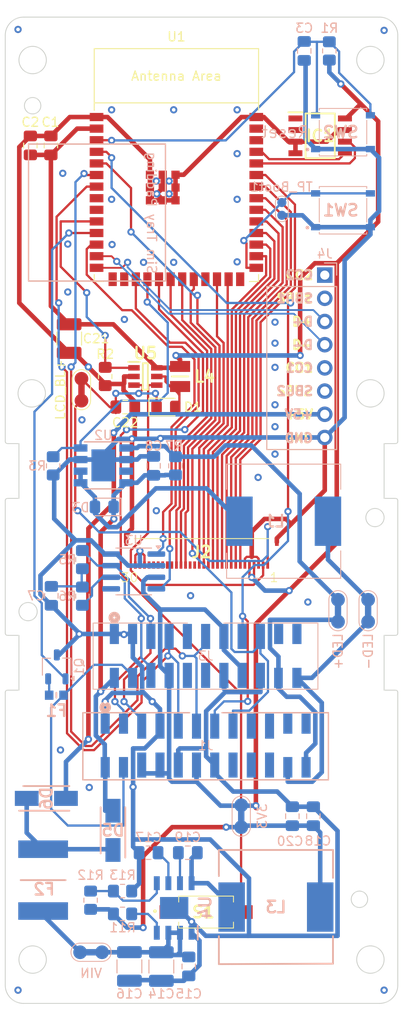
<source format=kicad_pcb>
(kicad_pcb (version 20240108) (generator "pcbnew") (generator_version "8.0")
  (layers (0 "F.Cu" signal) (31 "B.Cu" signal) (34 "B.Paste" user) (35 "F.Paste" user) (36 "B.SilkS" user "B.Silkscreen") (37 "F.SilkS" user "F.Silkscreen") (38 "B.Mask" user) (39 "F.Mask" user) (44 "Edge.Cuts" user))
  (net 0 "")
  (net 1 "/USB_D-")
  (net 2 "/USB_D+")
  (net 3 "+5V")
  (net 4 "/LCD_BL_SIG")
  (net 5 "GND")
  (net 6 "/LCD_BL+")
  (net 7 "/LCD_BL-")
  (net 8 "Net-(D1-A)")
  (net 9 "+3V3")
  (net 10 "/LED-")
  (net 11 "/LED_SIG")
  (net 12 "+36V")
  (net 13 "/CAN_L")
  (net 14 "/CAN_H")
  (net 15 "/BR2")
  (net 16 "/BR1")
  (net 17 "/THR1")
  (net 18 "/THR2")
  (net 24 "/LED+")
  (net 25 "/LCD_DB7")
  (net 26 "/LCD_DB6")
  (net 27 "/LCD_DB5")
  (net 28 "/LCD_DB4")
  (net 29 "/LCD_DB3")
  (net 30 "/LCD_DB2")
  (net 31 "/LCD_DB1")
  (net 32 "/LCD_DB0")
  (net 33 "/LCD_RD")
  (net 34 "/LCD_WR")
  (net 37 "/LCD_CS")
  (net 38 "/LCD_RS")
  (net 39 "/LCD_Reset")
  (net 47 "/ON{slash}OFF")
  (net 48 "Net-(U1-EN)")
  (net 49 "/CAN_TX")
  (net 52 "/CAN_RX")
  (net 56 "/SDA")
  (net 57 "/SCL")
  (net 61 "Net-(D5-K)")
  (net 62 "Net-(U4-PG)")
  (net 63 "Net-(U4-FB)")
  (net 64 "Net-(U4-VCC)")
  (net 65 "Net-(U4-BOOT)")
  (net 66 "Net-(U4-SW)")
  (net 67 "Net-(C7-Pad1)")
  (net 68 "Net-(U1-GPIO0{slash}Strap)")
  (net 69 "Net-(D3-A)")
  (net 76 "Net-(Q1-S)")
  (net 78 "Net-(D1-K)")
  (net 81 "Net-(U4-EN)")
  (net 82 "Net-(C18-Pad1)")
  (net 87 "Net-(L1-Pad2)")
  (net 88 "Net-(U2-SET)")
  (net 89 "/PWR_ENA")
  (net 90 "/PWR_ENA_SIG")
  (net 91 "Net-(F2-Pad2)")
  (footprint "Capacitor_SMD:C_1210_3225Metric_Pad1.33x2.70mm_HandSolder" (layer "F.Cu") (at 167.5 77.2 -90)
    (property "Reference" "C21")
    (property "Value" "4u7")
  )
  (footprint "Bird3Controller:PTS636SK43SMTRLFS" (layer "F.Cu") (at 182.5 140)
    (property "Reference" "S1")
    (property "Value" "PTS636_SK43_SMTR_LFS" (hide yes))
  )
  (footprint "Diode_SMD:D_0805_2012Metric_Pad1.15x1.40mm_HandSolder" (layer "F.Cu") (at 178.1 84.7)
    (property "Reference" "D1")
    (property "Value" "D_Schottky_Small")
  )
  (footprint "Capacitor_SMD:C_0805_2012Metric_Pad1.18x1.45mm_HandSolder" (layer "F.Cu") (at 163.25 56.05 90)
    (property "Reference" "C2")
    (property "Value" "22u")
  )
  (footprint "Bird3Controller:INDC2520X100N" (layer "F.Cu") (at 179.65 81.35 -90)
    (property "Reference" "L4")
    (property "Value" "2u2" (hide yes))
  )
  (footprint "Bird3Controller:SOT95P280X110-6N" (layer "F.Cu") (at 175.85 81.35)
    (property "Reference" "U5")
    (property "Value" "LM3519MK-20_NOPB" (hide yes))
  )
  (footprint "Bird3Controller:ESP32-S3-WROOM-1" (layer "F.Cu") (at 179.25 61.2)
    (property "Reference" "U1")
    (property "Value" "ESP32-S3-WROOM-1")
  )
  (footprint "Capacitor_SMD:C_0805_2012Metric_Pad1.18x1.45mm_HandSolder" (layer "F.Cu") (at 165.5 56.05 90)
    (property "Reference" "C1")
    (property "Value" "0.1u")
  )
  (footprint "Bird3Controller:SOIC127P600X175-8N" (layer "F.Cu") (at 195 55)
    (property "Reference" "IC1")
    (property "Value" "M24C08-RMN6TP" (hide yes))
  )
  (footprint "Capacitor_SMD:C_0805_2012Metric_Pad1.18x1.45mm_HandSolder" (layer "F.Cu") (at 173.65 84.7)
    (property "Reference" "C22")
    (property "Value" "1u")
  )
  (footprint "Bird3Controller:FH34SRJ30S05SH50" (layer "F.Cu") (at 182 102)
    (property "Reference" "J2")
    (property "Value" "TXW154028S0 Connector" (hide yes))
    (fp_line (start -21.25 -7.3) (end -20 -7.3) (stroke (width 0.1)) (layer "Edge.Cuts"))
    (fp_line (start -21.25 13.7) (end -20 13.7) (stroke (width 0.1)) (layer "Edge.Cuts"))
    (fp_line (start -20 -13.3) (end -21.25 -13.3) (stroke (width 0.1)) (layer "Edge.Cuts"))
    (fp_line (start -20 -7.3) (end -20 -13.3) (stroke (width 0.1)) (layer "Edge.Cuts"))
    (fp_line (start -20 7.7) (end -21.25 7.7) (stroke (width 0.1)) (layer "Edge.Cuts"))
    (fp_line (start -20 13.7) (end -20 7.7) (stroke (width 0.1)) (layer "Edge.Cuts"))
    (fp_line (start 20 -13.3) (end 20 -7.3) (stroke (width 0.1)) (layer "Edge.Cuts"))
    (fp_line (start 20 -7.3) (end 21.25 -7.3) (stroke (width 0.1)) (layer "Edge.Cuts"))
    (fp_line (start 20 7.7) (end 20 13.7) (stroke (width 0.1)) (layer "Edge.Cuts"))
    (fp_line (start 20 13.7) (end 21.25 13.7) (stroke (width 0.1)) (layer "Edge.Cuts"))
    (fp_line (start 21.25 -13.3) (end 20 -13.3) (stroke (width 0.1)) (layer "Edge.Cuts"))
    (fp_line (start 21.25 7.7) (end 20 7.7) (stroke (width 0.1)) (layer "Edge.Cuts"))
    (fp_arc (start -21.5 -7.05) (mid -21.426777 -7.226777) (end -21.25 -7.3) (stroke (width 0.1)) (layer "Edge.Cuts"))
    (fp_arc (start -21.5 13.95) (mid -21.426777 13.773223) (end -21.25 13.7) (stroke (width 0.1)) (layer "Edge.Cuts"))
    (fp_arc (start -21.25 -13.3) (mid -21.426777 -13.373223) (end -21.5 -13.55) (stroke (width 0.1)) (layer "Edge.Cuts"))
    (fp_arc (start -21.25 7.7) (mid -21.426777 7.626777) (end -21.5 7.45) (stroke (width 0.1)) (layer "Edge.Cuts"))
    (fp_arc (start 21.25 -7.3) (mid 21.426777 -7.226777) (end 21.5 -7.05) (stroke (width 0.1)) (layer "Edge.Cuts"))
    (fp_arc (start 21.25 13.7) (mid 21.426777 13.773223) (end 21.5 13.95) (stroke (width 0.1)) (layer "Edge.Cuts"))
    (fp_arc (start 21.5 -13.55) (mid 21.426777 -13.373223) (end 21.25 -13.3) (stroke (width 0.1)) (layer "Edge.Cuts"))
    (fp_arc (start 21.5 7.45) (mid 21.426777 7.626777) (end 21.25 7.7) (stroke (width 0.1)) (layer "Edge.Cuts"))
    (fp_circle (center -19 5.1) (end -18 5.1) (stroke (width 0.1)) (fill none) (layer "Edge.Cuts"))
    (fp_circle (center 19 -5.2) (end 20 -5.2) (stroke (width 0.1)) (fill none) (layer "Edge.Cuts"))
  )
  (footprint "Resistor_SMD:R_0805_2012Metric_Pad1.20x1.40mm_HandSolder" (layer "F.Cu") (at 171.45 81.35 90)
    (property "Reference" "R2")
    (property "Value" "10k")
  )
  (footprint "Bird3Controller:TestPointBridge_2Pads_D1.5mm" (layer "F.Cu") (at 168.85 82.8 90)
    (property "Reference" "TP1" (hide yes))
    (property "Value" "LCD_BL+")
  )
  (footprint "Resistor_SMD:R_0805_2012Metric_Pad1.20x1.40mm_HandSolder" (layer "B.Cu") (at 173.35 140.2 180)
    (property "Reference" "R11")
    (property "Value" "100k")
  )
  (footprint "Bird3Controller:FUSC7451X170N" (layer "B.Cu") (at 164.65 136.5 -90)
    (property "Reference" "F2")
    (property "Value" "0ZCF0100AF2A" (hide yes))
  )
  (footprint "Diode_SMD:D_0805_2012Metric_Pad1.15x1.40mm_HandSolder" (layer "B.Cu") (at 171.3475 95.635 180)
    (property "Reference" "D3")
    (property "Value" "D_Schottky_Small")
  )
  (footprint "Bird3Controller:PTS526SK15SMTR2LFS" (layer "B.Cu") (at 197.5 54.6)
    (property "Reference" "SW2")
    (property "Value" "SW_Reset" (hide yes))
  )
  (footprint "Capacitor_SMD:C_1210_3225Metric_Pad1.33x2.70mm_HandSolder" (layer "B.Cu") (at 174.1 145.95 -90)
    (property "Reference" "C16")
    (property "Value" "4u7")
  )
  (footprint "Bird3Controller:DIOM5027X244M" (layer "B.Cu") (at 172.3 131.05 90)
    (property "Reference" "D5")
    (property "Value" "GS1J_R1_00001" (hide yes))
  )
  (footprint "Bird3Controller:Adafruit USB-C Breakout" (layer "B.Cu") (at 195.5 70.25 180)
    (property "Reference" "J4")
    (property "Value" "~")
  )
  (footprint "Bird3Controller:TestPointBridge_2Pads_D1.5mm" (layer "B.Cu") (at 186.35 129.5 -90)
    (property "Reference" "TP2" (hide yes))
    (property "Value" "3V3")
  )
  (footprint "Resistor_SMD:R_0805_2012Metric_Pad1.20x1.40mm_HandSolder" (layer "B.Cu") (at 168.95 105.405 -90)
    (property "Reference" "R6")
    (property "Value" "60")
  )
  (footprint "Bird3Controller:SOIC127P600X170-9N" (layer "B.Cu") (at 179.005 139.55 90)
    (property "Reference" "U4")
    (property "Value" "LMR36520ADDAR" (hide yes))
  )
  (footprint "Resistor_SMD:R_0805_2012Metric_Pad1.20x1.40mm_HandSolder" (layer "B.Cu") (at 179.1475 91.135 90)
    (property "Reference" "R7")
    (property "Value" "0.200Ω")
  )
  (footprint "Bird3Controller:878322220" (layer "B.Cu") (at 182.45 111.95)
    (property "Reference" "J3")
    (property "Value" "87832-2220" (hide yes))
  )
  (footprint "Bird3Controller:TestPointBridge_2Pads_D1.5mm" (layer "B.Cu") (at 169.9 144.4 180)
    (property "Reference" "TP3" (hide yes))
    (property "Value" "VIN")
  )
  (footprint "Bird3Controller:TestPointBridge_2Pads_D1.5mm" (layer "B.Cu") (at 196.95 107 -90)
    (property "Reference" "TP4" (hide yes))
    (property "Value" "LED+")
  )
  (footprint "Bird3Controller:TestPointBridge_2Pads_D1.5mm" (layer "B.Cu") (at 200.25 107 -90)
    (property "Reference" "TP5" (hide yes))
    (property "Value" "LED-")
  )
  (footprint "Bird3Controller:DIOM5027X244M" (layer "B.Cu") (at 165 127.55)
    (property "Reference" "D6")
    (property "Value" "GS1J_R1_00001" (hide yes))
  )
  (footprint "Bird3Controller:SRR1240270M" (layer "B.Cu") (at 191 97.2)
    (property "Reference" "L1")
    (property "Value" "100u" (hide yes))
  )
  (footprint "Capacitor_SMD:C_0805_2012Metric_Pad1.18x1.45mm_HandSolder" (layer "B.Cu") (at 180.5 133.5)
    (property "Reference" "C19")
    (property "Value" "100n")
  )
  (footprint "Capacitor_SMD:C_0805_2012Metric_Pad1.18x1.45mm_HandSolder" (layer "B.Cu") (at 180.6 145.95 -90)
    (property "Reference" "C15")
    (property "Value" "220n")
  )
  (footprint "Capacitor_SMD:C_0805_2012Metric_Pad1.18x1.45mm_HandSolder" (layer "B.Cu") (at 191.95 129.5 90)
    (property "Reference" "C20")
    (property "Value" "100u")
  )
  (footprint "Resistor_SMD:R_0805_2012Metric_Pad1.20x1.40mm_HandSolder" (layer "B.Cu") (at 196 45.7 -90)
    (property "Reference" "R1")
    (property "Value" "4k7")
  )
  (footprint "Resistor_SMD:R_0805_2012Metric_Pad1.20x1.40mm_HandSolder" (layer "B.Cu") (at 168.95 101.405 -90)
    (property "Reference" "R5")
    (property "Value" "60")
  )
  (footprint "Capacitor_SMD:C_0805_2012Metric_Pad1.18x1.45mm_HandSolder" (layer "B.Cu") (at 165.55 105.3675 -90)
    (property "Reference" "C7")
    (property "Value" "4n7")
  )
  (footprint "Capacitor_SMD:C_0805_2012Metric_Pad1.18x1.45mm_HandSolder" (layer "B.Cu") (at 176.7475 91.135 90)
    (property "Reference" "C8")
    (property "Value" "10u")
  )
  (footprint "Bird3Controller:PTS526SK15SMTR2LFS" (layer "B.Cu") (at 197.5 63.15)
    (property "Reference" "SW1")
    (property "Value" "SW_Boot" (hide yes))
  )
  (footprint "Resistor_SMD:R_0805_2012Metric_Pad1.20x1.40mm_HandSolder" (layer "B.Cu") (at 173.35 137.7 180)
    (property "Reference" "R13")
    (property "Value" "43k2")
  )
  (footprint "Resistor_SMD:R_0805_2012Metric_Pad1.20x1.40mm_HandSolder" (layer "B.Cu") (at 169.85 138.7 -90)
    (property "Reference" "R12")
    (property "Value" "100k")
  )
  (footprint "Capacitor_SMD:C_0805_2012Metric_Pad1.18x1.45mm_HandSolder" (layer "B.Cu") (at 193.25 45.7 90)
    (property "Reference" "C3")
    (property "Value" "0.1u")
  )
  (footprint "Bird3Controller:SRR1260100M" (layer "B.Cu") (at 190.15 139.45)
    (property "Reference" "L3")
    (property "Value" "10u" (hide yes))
  )
  (footprint "Resistor_SMD:R_0805_2012Metric_Pad1.20x1.40mm_HandSolder" (layer "B.Cu") (at 165.7475 91.135 90)
    (property "Reference" "R3")
    (property "Value" "10k")
  )
  (footprint "Package_SO:SOIC-8_3.9x4.9mm_P1.27mm" (layer "B.Cu") (at 174.575 102.7 180)
    (property "Reference" "U3")
    (property "Value" "SN65HVD231")
  )
  (footprint "Bird3Controller:Diodes_SO-8EP" (layer "B.Cu") (at 171.2475 91.085 180)
    (property "Reference" "U2")
    (property "Value" "~")
  )
  (footprint "Bird3Controller:CONN_87832-2420_MOL" (layer "B.Cu") (at 182.45 121.77)
    (property "Reference" "J1")
    (property "Value" "Bird 3 24-pin Connector")
  )
  (footprint "Package_TO_SOT_SMD:TSOT-23" (layer "B.Cu") (at 166.15 113.15 90)
    (property "Reference" "Q1")
    (property "Value" "2N7002A")
  )
  (footprint "Bird3Controller:TestPoint_2Pads_D1.0mm" (layer "B.Cu") (at 190.8 63 90)
    (property "Reference" "TP_Boot1")
    (property "Value" "TestPoint_2Pole" (hide yes))
  )
  (footprint "Capacitor_SMD:C_0805_2012Metric_Pad1.18x1.45mm_HandSolder" (layer "B.Cu") (at 176.2 133.5 180)
    (property "Reference" "C17")
    (property "Value" "1u")
  )
  (footprint "Capacitor_SMD:C_1210_3225Metric_Pad1.33x2.70mm_HandSolder" (layer "B.Cu") (at 177.6 145.9625 -90)
    (property "Reference" "C14")
    (property "Value" "4u7")
  )
  (footprint "Bird3Controller:FUSC1607X85N" (layer "B.Cu") (at 166.1 116.25)
    (property "Reference" "F1")
    (property "Value" "Polyfuse_Small" (hide yes))
  )
  (footprint "Capacitor_SMD:C_0805_2012Metric_Pad1.18x1.45mm_HandSolder" (layer "B.Cu") (at 194.25 129.5 90)
    (property "Reference" "C18")
    (property "Value" "100u")
  )
  (gr_rect (start 163.05 55.9) (end 178.05 70.9) (stroke (width 0.15)) (fill none) (layer "B.SilkS"))
  (gr_line (start 160.5 88.45) (end 160.5 44) (stroke (width 0.1)) (layer "Edge.Cuts"))
  (gr_circle (center 163.4 83.2) (end 161.9 83.2) (stroke (width 0.1)) (fill none) (layer "Edge.Cuts"))
  (gr_line (start 201.5 42) (end 162.5 42) (stroke (width 0.1)) (layer "Edge.Cuts"))
  (gr_circle (center 199.3 138.6) (end 200.2 138.6) (stroke (width 0.1)) (fill none) (layer "Edge.Cuts"))
  (gr_arc (start 160.5 44) (mid 161.085786 42.585786) (end 162.5 42) (stroke (width 0.1)) (layer "Edge.Cuts"))
  (gr_line (start 160.5 148) (end 160.5 115.95) (stroke (width 0.1)) (layer "Edge.Cuts"))
  (gr_arc (start 201.5 42) (mid 202.914214 42.585786) (end 203.5 44) (stroke (width 0.1)) (layer "Edge.Cuts"))
  (gr_line (start 203.5 115.95) (end 203.5 148) (stroke (width 0.1)) (layer "Edge.Cuts"))
  (gr_line (start 203.5 44) (end 203.5 88.45) (stroke (width 0.1)) (layer "Edge.Cuts"))
  (gr_arc (start 203.5 148) (mid 202.914214 149.414214) (end 201.5 150) (stroke (width 0.1)) (layer "Edge.Cuts"))
  (gr_circle (center 163.5 145.2) (end 165 145.2) (stroke (width 0.1)) (fill none) (layer "Edge.Cuts"))
  (gr_line (start 201.5 150) (end 162.5 150) (stroke (width 0.1)) (layer "Edge.Cuts"))
  (gr_circle (center 163.5 51.7) (end 164.4 51.7) (stroke (width 0.1)) (fill none) (layer "Edge.Cuts"))
  (gr_line (start 160.5 109.45) (end 160.5 94.95) (stroke (width 0.1)) (layer "Edge.Cuts"))
  (gr_arc (start 162.5 150) (mid 161.085786 149.414214) (end 160.5 148) (stroke (width 0.1)) (layer "Edge.Cuts"))
  (gr_circle (center 200.5 46.7) (end 199 46.7) (stroke (width 0.1)) (fill none) (layer "Edge.Cuts"))
  (gr_line (start 203.5 94.95) (end 203.5 109.45) (stroke (width 0.1)) (layer "Edge.Cuts"))
  (gr_circle (center 200.5 145.2) (end 199 145.2) (stroke (width 0.1)) (fill none) (layer "Edge.Cuts"))
  (gr_circle (center 200.5 83.2) (end 199 83.2) (stroke (width 0.1)) (fill none) (layer "Edge.Cuts"))
  (gr_circle (center 163.5 46.7) (end 165 46.7) (stroke (width 0.1)) (fill none) (layer "Edge.Cuts"))
  (gr_text "Sim Tray Padding" (at 175.95 70.2 -90) (layer "B.SilkS") (effects (font (size 1 1)) (justify left bottom mirror)))
  (segment (start 172.7125 68.75) (end 172.1425 68.18) (width 0.2) (layer "F.Cu") (net 1))
  (segment (start 172.1425 68.18) (end 170.5 68.18) (width 0.2) (layer "F.Cu") (net 1))
  (via (at 172.7125 68.75) (size 0.8) (drill 0.4) (layers "F.Cu" "B.Cu") (net 1))
  (segment (start 192.105 74.475) (end 195.5 77.87) (width 0.2) (layer "B.Cu") (net 1))
  (segment (start 172.7125 68.7625) (end 178.425001 74.475) (width 0.2) (layer "B.Cu") (net 1))
  (segment (start 178.425001 74.475) (end 192.105 74.475) (width 0.2) (layer "B.Cu") (net 1))
  (segment (start 172.7125 68.75) (end 172.7125 68.7625) (width 0.2) (layer "B.Cu") (net 1))
  (segment (start 173.3 69.45) (end 170.5 69.45) (width 0.2) (layer "F.Cu") (net 2))
  (segment (start 173.9 68.85) (end 173.3 69.45) (width 0.2) (layer "F.Cu") (net 2))
  (via (at 173.9 68.85) (size 0.8) (drill 0.4) (layers "F.Cu" "B.Cu") (net 2))
  (segment (start 173.9 68.85) (end 173.9 69.384314) (width 0.2) (layer "B.Cu") (net 2))
  (segment (start 178.590686 74.075) (end 194.245 74.075) (width 0.2) (layer "B.Cu") (net 2))
  (segment (start 173.9 69.384314) (end 178.590686 74.075) (width 0.2) (layer "B.Cu") (net 2))
  (segment (start 194.245 74.075) (end 195.5 75.33) (width 0.2) (layer "B.Cu") (net 2))
  (segment (start 172.383933 87.512384) (end 172.393 87.521451) (width 0.5) (layer "F.Cu") (net 3))
  (segment (start 169.608 97.992) (end 169.608 121.082) (width 0.5) (layer "F.Cu") (net 3))
  (segment (start 172.393 87.521451) (end 172.393 95.207) (width 0.5) (layer "F.Cu") (net 3))
  (segment (start 172.393 95.207) (end 169.608 97.992) (width 0.5) (layer "F.Cu") (net 3))
  (via (at 172.383933 87.512384) (size 0.8) (drill 0.4) (layers "F.Cu" "B.Cu") (net 3))
  (via (at 169.608 121.082) (size 0.8) (drill 0.4) (layers "F.Cu" "B.Cu") (net 3))
  (segment (start 172.383933 87.512384) (end 172.934718 86.961599) (width 0.5) (layer "B.Cu") (net 3))
  (segment (start 167.15 123.54) (end 167.15 127.55) (width 0.5) (layer "B.Cu") (net 3))
  (segment (start 172.934718 86.815418) (end 174.260136 85.49) (width 0.5) (layer "B.Cu") (net 3))
  (segment (start 172.934718 86.961599) (end 172.934718 86.815418) (width 0.5) (layer "B.Cu") (net 3))
  (segment (start 174.260136 85.49) (end 195.5 85.49) (width 0.5) (layer "B.Cu") (net 3))
  (segment (start 169.608 121.082) (end 167.15 123.54) (width 0.5) (layer "B.Cu") (net 3))
  (segment (start 174.6 80.4) (end 171.5 80.4) (width 0.25) (layer "F.Cu") (net 4))
  (segment (start 171.5 80.4) (end 171.45 80.35) (width 0.25) (layer "F.Cu") (net 4))
  (segment (start 169.423 72.175) (end 166.575 69.327) (width 0.25) (layer "F.Cu") (net 4))
  (segment (start 166.575 64.37) (end 170.5 64.37) (width 0.25) (layer "F.Cu") (net 4))
  (segment (start 171.45 76.8586) (end 171.45 80.35) (width 0.25) (layer "F.Cu") (net 4))
  (segment (start 166.575 69.327) (end 166.575 64.37) (width 0.25) (layer "F.Cu") (net 4))
  (via (at 169.423 72.175) (size 0.8) (drill 0.4) (layers "F.Cu" "B.Cu") (net 4))
  (via (at 171.45 76.8586) (size 0.8) (drill 0.4) (layers "F.Cu" "B.Cu") (net 4))
  (segment (start 169.423 72.175) (end 169.423 74.8316) (width 0.25) (layer "B.Cu") (net 4))
  (segment (start 169.423 74.8316) (end 171.45 76.8586) (width 0.25) (layer "B.Cu") (net 4))
  (segment (start 179.862 140) (end 180.91 141.048) (width 0.5) (layer "F.Cu") (net 5))
  (segment (start 179.15 62.06) (end 179.15 60.66) (width 0.5) (layer "F.Cu") (net 5))
  (segment (start 174.75 102) (end 174.75 100.95) (width 0.25) (layer "F.Cu") (net 5))
  (segment (start 173.523 81.35) (end 173.523 82.1069) (width 0.5) (layer "F.Cu") (net 5))
  (segment (start 174.198 98.2) (end 173.75 98.6481) (width 0.5) (layer "F.Cu") (net 5))
  (segment (start 177.75 62.06) (end 177.75 62) (width 0.5) (layer "F.Cu") (net 5))
  (segment (start 187.5 98.347918) (end 188.897918 96.95) (width 0.5) (layer "F.Cu") (net 5))
  (segment (start 188 52.94) (end 188.83 52.94) (width 0.5) (layer "F.Cu") (net 5))
  (segment (start 176.35 60.66) (end 176.35 59.26) (width 0.5) (layer "F.Cu") (net 5))
  (segment (start 192.288 55.635) (end 192.288 56.905) (width 0.5) (layer "F.Cu") (net 5))
  (segment (start 174.38 98.0178) (end 174.25 98.1481) (width 0.5) (layer "F.Cu") (net 5))
  (segment (start 174.6 81.35) (end 173.523 81.35) (width 0.5) (layer "F.Cu") (net 5))
  (segment (start 163.25 55.0125) (end 162.039 56.2235) (width 0.5) (layer "F.Cu") (net 5))
  (segment (start 174.25 98.1481) (end 174.25 98.2) (width 0.5) (layer "F.Cu") (net 5))
  (segment (start 196.9945 54.365) (end 197.712 54.365) (width 0.5) (layer "F.Cu") (net 5))
  (segment (start 191.2501 96.95) (end 191.812 97.5119) (width 0.5) (layer "F.Cu") (net 5))
  (segment (start 176.35 62.06) (end 177.75 62.06) (width 0.5) (layer "F.Cu") (net 5))
  (segment (start 180.052 59.26) (end 186.372 52.94) (width 0.5) (layer "F.Cu") (net 5))
  (segment (start 177.75 60.7) (end 177.75 60.66) (width 0.5) (layer "F.Cu") (net 5))
  (segment (start 187.5 101.1) (end 188.05 101.1) (width 0.25) (layer "F.Cu") (net 5))
  (segment (start 168.0625 78.7625) (end 167.5 78.7625) (width 0.5) (layer "F.Cu") (net 5))
  (segment (start 188.05 101.1) (end 188.25 101.3) (width 0.25) (layer "F.Cu") (net 5))
  (segment (start 176.35 57.5881) (end 176.35 59.26) (width 0.5) (layer "F.Cu") (net 5))
  (segment (start 186.95 101.1) (end 186.75 101.3) (width 0.25) (layer "F.Cu") (net 5))
  (segment (start 192.288 55.635) (end 195.7245 55.635) (width 0.5) (layer "F.Cu") (net 5))
  (segment (start 187.5 101.1) (end 187.5 98.347918) (width 0.5) (layer "F.Cu") (net 5))
  (segment (start 174.6875 87.871498) (end 174.6875 84.7) (width 0.5) (layer "F.Cu") (net 5))
  (segment (start 170.5 52.94) (end 171.702 52.94) (width 0.5) (layer "F.Cu") (net 5))
  (segment (start 174.38 88.178998) (end 174.38 98.0178) (width 0.5) (layer "F.Cu") (net 5))
  (segment (start 171.45 82.1741) (end 173.456 82.1741) (width 0.5) (layer "F.Cu") (net 5))
  (segment (start 174.75 100.95) (end 175.25 100.45) (width 0.25) (layer "F.Cu") (net 5))
  (segment (start 177.75 60.66) (end 177.75 59.26) (width 0.5) (layer "F.Cu") (net 5))
  (segment (start 188.25 101.3) (end 188.25 102) (width 0.25) (layer "F.Cu") (net 5))
  (segment (start 169.6 80.3241) (end 171.45 82.1741) (width 0.5) (layer "F.Cu") (net 5))
  (segment (start 186.372 52.94) (end 188 52.94) (width 0.5) (layer "F.Cu") (net 5))
  (segment (start 173.456 82.8661) (end 173.456 82.1741) (width 0.5) (layer "F.Cu") (net 5))
  (segment (start 174.688 85.3825) (end 174.688 84.0977) (width 0.5) (layer "F.Cu") (net 5))
  (segment (start 188.83 52.94) (end 191.525 55.635) (width 0.5) (layer "F.Cu") (net 5))
  (segment (start 171.702 52.94) (end 176.35 57.5881) (width 0.5) (layer "F.Cu") (net 5))
  (segment (start 177.1 61.35) (end 177.75 60.7) (width 0.5) (layer "F.Cu") (net 5))
  (segment (start 195.7245 55.635) (end 196.9945 54.365) (width 0.5) (layer "F.Cu") (net 5))
  (segment (start 174.688 84.0977) (end 173.456 82.8661) (width 0.5) (layer "F.Cu") (net 5))
  (segment (start 179.15 62.06) (end 177.75 62.06) (width 0.5) (layer "F.Cu") (net 5))
  (segment (start 165.5 55.0125) (end 163.25 55.0125) (width 0.5) (layer "F.Cu") (net 5))
  (segment (start 174.38 88.178998) (end 174.6875 87.871498) (width 0.5) (layer "F.Cu") (net 5))
  (segment (start 178.4 140) (end 179.862 140) (width 0.5) (layer "F.Cu") (net 5))
  (segment (start 179.15 60.66) (end 179.15 59.26) (width 0.5) (layer "F.Cu") (net 5))
  (segment (start 187.5 101.1) (end 186.95 101.1) (width 0.25) (layer "F.Cu") (net 5))
  (segment (start 169.6 80.3) (end 168.0625 78.7625) (width 0.5) (layer "F.Cu") (net 5))
  (segment (start 173.523 82.1069) (end 173.456 82.1741) (width 0.5) (layer "F.Cu") (net 5))
  (segment (start 191.812 97.5119) (end 195.5 93.8239) (width 0.5) (layer "F.Cu") (net 5))
  (segment (start 195.5 93.8239) (end 195.5 88.03) (width 0.5) (layer "F.Cu") (net 5))
  (segment (start 170.5 52.94) (end 167.572 52.94) (width 0.5) (layer "F.Cu") (net 5))
  (segment (start 173.75 98.6481) (end 173.75 99.5) (width 0.5) (layer "F.Cu") (net 5))
  (segment (start 179.15 59.26) (end 180.052 59.26) (width 0.5) (layer "F.Cu") (net 5))
  (segment (start 175.75 100.95) (end 175.25 100.45) (width 0.25) (layer "F.Cu") (net 5))
  (segment (start 167.572 52.94) (end 165.5 55.0125) (width 0.5) (layer "F.Cu") (net 5))
  (segment (start 174.6875 85.382) (end 174.6875 84.7) (width 0.25) (layer "F.Cu") (net 5))
  (segment (start 176.35 62.06) (end 176.35 60.66) (width 0.5) (layer "F.Cu") (net 5))
  (segment (start 190.25 99.5) (end 190.25 99.0739) (width 0.5) (layer "F.Cu") (net 5))
  (segment (start 175.75 102) (end 175.75 100.95) (width 0.25) (layer "F.Cu") (net 5))
  (segment (start 174.688 85.3825) (end 174.6875 85.382) (width 0.25) (layer "F.Cu") (net 5))
  (segment (start 177.75 62) (end 177.1 61.35) (width 0.5) (layer "F.Cu") (net 5))
  (segment (start 162.039 73.3015) (end 167.5 78.7625) (width 0.5) (layer "F.Cu") (net 5))
  (segment (start 188.897918 96.95) (end 191.2501 96.95) (width 0.5) (layer "F.Cu") (net 5))
  (segment (start 171.45 82.1741) (end 171.45 82.35) (width 0.5) (layer "F.Cu") (net 5))
  (segment (start 162.039 56.2235) (end 162.039 73.3015) (width 0.5) (layer "F.Cu") (net 5))
  (segment (start 191.525 55.635) (end 192.288 55.635) (width 0.5) (layer "F.Cu") (net 5))
  (segment (start 190.25 99.0739) (end 191.812 97.5119) (width 0.5) (layer "F.Cu") (net 5))
  (segment (start 174.25 98.2) (end 174.198 98.2) (width 0.5) (layer "F.Cu") (net 5))
  (segment (start 186.75 101.3) (end 186.75 102) (width 0.25) (layer "F.Cu") (net 5))
  (segment (start 169.6 80.3) (end 169.6 80.3241) (width 0.5) (layer "F.Cu") (net 5))
  (via (at 176.6 116.95) (size 0.8) (drill 0.4) (layers "F.Cu" "B.Cu") (net 5))
  (via (at 166.55 122.25) (size 0.8) (drill 0.4) (layers "F.Cu" "B.Cu") (net 5))
  (via (at 190.05 77.7) (size 0.8) (drill 0.4) (layers "F.Cu" "B.Cu") (net 5))
  (via (at 193.65 106.05) (size 0.8) (drill 0.4) (layers "F.Cu" "B.Cu") (net 5))
  (via (at 178.95 68.85) (size 0.8) (drill 0.4) (layers "F.Cu" "B.Cu") (net 5))
  (via (at 190.05 75.4) (size 0.8) (drill 0.4) (layers "F.Cu" "B.Cu") (net 5))
  (via (at 174.5 126.3) (size 0.8) (drill 0.4) (layers "F.Cu" "B.Cu") (net 5))
  (via (at 172.15 52.15) (size 0.8) (drill 0.4) (layers "F.Cu" "B.Cu") (net 5))
  (via (at 177.1 61.35) (size 0.8) (drill 0.4) (layers "F.Cu" "B.Cu") (net 5))
  (via (at 171.45 116.95) (size 0.8) (drill 0.4) (layers "F.Cu" "B.Cu") (net 5))
  (via (at 190.05 86.85) (size 0.8) (drill 0.4) (layers "F.Cu" "B.Cu") (net 5))
  (via (at 169.6 80.3) (size 0.8) (drill 0.4) (layers "F.Cu" "B.Cu") (net 5))
  (via (at 172.2 66.9) (size 0.8) (drill 0.4) (layers "F.Cu" "B.Cu") (net 5))
  (via (at 190.05 84.45) (size 0.8) (drill 0.4) (layers "F.Cu" "B.Cu") (net 5))
  (via (at 167.35 72.1) (size 0.8) (drill 0.4) (layers "F.Cu" "B.Cu") (net 5))
  (via (at 161.9 43.35) (size 0.8) (drill 0.4) (layers "F.Cu" "B.Cu") (net 5))
  (via (at 161.9 148.55) (size 0.8) (drill 0.4) (layers "F.Cu" "B.Cu") (net 5))
  (via (at 175.65 68.85) (size 0.8) (drill 0.4) (layers "F.Cu" "B.Cu") (net 5))
  (via (at 180.91 141.048) (size 0.8) (drill 0.4) (layers "F.Cu" "B.Cu") (net 5))
  (via (at 175.25 100.45) (size 0.8) (drill 0.4) (layers "F.Cu" "B.Cu") (net 5))
  (via (at 166.8 59.1) (size 0.8) (drill 0.4) (layers "F.Cu" "B.Cu") (net 5))
  (via (at 180.8 105.35) (size 0.8) (drill 0.4) (layers "F.Cu" "B.Cu") (net 5))
  (via (at 168.6 109.55) (size 0.8) (drill 0.4) (layers "F.Cu" "B.Cu") (net 5))
  (via (at 173.5 109.6) (size 0.8) (drill 0.4) (layers "F.Cu" "B.Cu") (net 5))
  (via (at 177.05 96.05) (size 0.8) (drill 0.4) (layers "F.Cu" "B.Cu") (net 5))
  (via (at 202 148.55) (size 0.8) (drill 0.4) (layers "F.Cu" "B.Cu") (net 5))
  (via (at 190.05 89.85) (size 0.8) (drill 0.4) (layers "F.Cu" "B.Cu") (net 5))
  (via (at 172.15 61.95) (size 0.8) (drill 0.4) (layers "F.Cu" "B.Cu") (net 5))
  (via (at 185.9 52.15) (size 0.8) (drill 0.4) (layers "F.Cu" "B.Cu") (net 5))
  (via (at 177.5 88.1345) (size 0.8) (drill 0.4) (layers "F.Cu" "B.Cu") (net 5))
  (via (at 167.35 66.85) (size 0.8) (drill 0.4) (layers "F.Cu" "B.Cu") (net 5))
  (via (at 174.38 88.178998) (size 0.8) (drill 0.4) (layers "F.Cu" "B.Cu") (net 5))
  (via (at 173.55 75.1) (size 0.8) (drill 0.4) (layers "F.Cu" "B.Cu") (net 5))
  (via (at 185.9 68.8) (size 0.8) (drill 0.4) (layers "F.Cu" "B.Cu") (net 5))
  (via (at 178.95 52.15) (size 0.8) (drill 0.4) (layers "F.Cu" "B.Cu") (net 5))
  (via (at 178.45 59.95) (size 0.8) (drill 0.4) (layers "F.Cu" "B.Cu") (net 5))
  (via (at 185.9 61.95) (size 0.8) (drill 0.4) (layers "F.Cu" "B.Cu") (net 5))
  (via (at 188.2 92.4) (size 0.8) (drill 0.4) (layers "F.Cu" "B.Cu") (net 5))
  (via (at 185.9 56.95) (size 0.8) (drill 0.4) (layers "F.Cu" "B.Cu") (net 5))
  (via (at 202 43.45) (size 0.8) (drill 0.4) (layers "F.Cu" "B.Cu") (net 5))
  (via (at 177.05 59.95) (size 0.8) (drill 0.4) (layers "F.Cu" "B.Cu") (net 5))
  (via (at 169.7 126.35) (size 0.8) (drill 0.4) (layers "F.Cu" "B.Cu") (net 5))
  (via (at 190.05 80.35) (size 0.8) (drill 0.4) (layers "F.Cu" "B.Cu") (net 5))
  (via (at 178.45 61.35) (size 0.8) (drill 0.4) (layers "F.Cu" "B.Cu") (net 5))
  (via (at 168.9 86.1) (size 0.8) (drill 0.4) (layers "F.Cu" "B.Cu") (net 5))
  (segment (start 196.9 142.6) (end 187.1 142.6) (width 0.5) (layer "B.Cu") (net 5))
  (segment (start 200.5 65) (end 194.5 65) (width 0.5) (layer "B.Cu") (net 5))
  (segment (start 184.802 115.907) (end 184.698 115.803) (width 0.5) (layer "B.Cu") (net 5))
  (segment (start 169.8907 99.2907) (end 168.211 99.2907) (width 0.5) (layer "B.Cu") (net 5))
  (segment (start 181.775 143.127) (end 181.775 145.8125) (width 0.5) (layer "B.Cu") (net 5))
  (segment (start 165.748 92.135) (end 165.7475 92.135) (width 0.25) (layer "B.Cu") (net 5))
  (segment (start 177.45 119.639999) (end 177.45 120.406898) (width 0.5) (layer "B.Cu") (net 5))
  (segment (start 170.5 90.45) (end 168.75 90.45) (width 0.5) (layer "B.Cu") (net 5))
  (segment (start 176.6 116.95) (end 176.645 116.95) (width 0.5) (layer "B.Cu") (net 5))
  (segment (start 175.25 100.45) (end 175.25 101.965) (width 0.5) (layer "B.Cu") (net 5))
  (segment (start 200.5 64.599) (end 200.5 64.1981) (width 0.5) (layer "B.Cu") (net 5))
  (segment (start 171.248 90.7675) (end 170.93 90.45) (width 0.5) (layer "B.Cu") (net 5))
  (segment (start 187.2 136.3) (end 187.2 142.5) (width 0.5) (layer "B.Cu") (net 5))
  (segment (start 193.4 46.8872) (end 193.4 55.35) (width 0.5) (layer "B.Cu") (net 5))
  (segment (start 174.504699 132.842199) (end 175.1625 133.5) (width 0.5) (layer "B.Cu") (net 5))
  (segment (start 177.5 88.1345) (end 177.6045 88.03) (width 0.5) (layer "B.Cu") (net 5))
  (segment (start 174.504699 132.05) (end 174.504699 132.842199) (width 0.5) (layer "B.Cu") (net 5))
  (segment (start 171.248 89.850399) (end 171.248 90.9936) (width 0.5) (layer "B.Cu") (net 5))
  (segment (start 190.2875 126.8) (end 191.95 128.4625) (width 0.5) (layer "B.Cu") (net 5))
  (segment (start 172.223 90.7675) (end 172.541 90.45) (width 0.5) (layer "B.Cu") (net 5))
  (segment (start 168.69 109.55) (end 168.6 109.55) (width 0.5) (layer "B.Cu") (net 5))
  (segment (start 180.91 142.262) (end 180.91 141.655) (width 0.5) (layer "B.Cu") (net 5))
  (segment (start 168.211 99.2907) (end 164.358 103.143) (width 0.5) (layer "B.Cu") (net 5))
  (segment (start 179.626 122.076) (end 182.503 122.076) (width 0.5) (layer "B.Cu") (net 5))
  (segment (start 176.6 116.905) (end 176.6 116.95) (width 0.5) (layer "B.Cu") (net 5))
  (segment (start 172.1 100.795) (end 171.395 100.795) (width 0.5) (layer "B.Cu") (net 5))
  (segment (start 183.450001 124.776301) (end 185.4737 126.8) (width 0.5) (layer "B.Cu") (net 5))
  (segment (start 193.4 55.35) (end 194.5 56.45) (width 0.5) (layer "B.Cu") (net 5))
  (segment (start 171.2475 91.085) (end 171.2475 90.9941) (width 0.25) (layer "B.Cu") (net 5))
  (segment (start 171.248 90.7675) (end 172.223 90.7675) (width 0.5) (layer "B.Cu") (net 5))
  (segment (start 188.45 115.907) (end 184.802 115.907) (width 0.5) (layer "B.Cu") (net 5))
  (segment (start 171.449999 116.800001) (end 171.449999 119.3696) (width 0.5) (layer "B.Cu") (net 5))
  (segment (start 175.302 90.0975) (end 176.7475 90.0975) (width 0.5) (layer "B.Cu") (net 5))
  (segment (start 168.75 90.45) (end 167.546 90.45) (width 0.5) (layer "B.Cu") (net 5))
  (segment (start 171.45 119.3696) (end 171.45 119.37) (width 0.5) (layer "B.Cu") (net 5))
  (segment (start 175.15 102.065) (end 173.97 102.065) (width 0.5) (layer "B.Cu") (net 5))
  (segment (start 172.919401 88.178998) (end 171.248 89.850399) (width 0.5) (layer "B.Cu") (net 5))
  (segment (start 187.2 142.5) (end 187.1 142.6) (width 0.5) (layer "B.Cu") (net 5))
  (segment (start 177.525 147.45) (end 174.575 147.45) (width 0.5) (layer "B.Cu") (net 5))
  (segment (start 173.5525 109.5475) (end 173.5 109.6) (width 0.5) (layer "B.Cu") (net 5))
  (segment (start 177.05 102.065) (end 175.15 102.065) (width 0.5) (layer "B.Cu") (net 5))
  (segment (start 173.5 109.6) (end 173.4475 109.5475) (width 0.5) (layer "B.Cu") (net 5))
  (segment (start 177.5 88.1345) (end 177.383 88.0175) (width 0.5) (layer "B.Cu") (net 5))
  (segment (start 200.5 65.8019) (end 200.5 65) (width 0.5) (layer "B.Cu") (net 5))
  (segment (start 200.5 65) (end 200.5 64.599) (width 0.5) (layer "B.Cu") (net 5))
  (segment (start 177.455502 88.178998) (end 177.5 88.1345) (width 0.5) (layer "B.Cu") (net 5))
  (segment (start 172.45 109.548) (end 172.45 109.5475) (width 0.5) (layer "B.Cu") (net 5))
  (segment (start 170.6 90.35) (end 170.5 90.45) (width 0.5) (layer "B.Cu") (net 5))
  (segment (start 173.745 90.45) (end 174.949 90.45) (width 0.5) (layer "B.Cu") (net 5))
  (segment (start 195.5 88.03) (end 197.676 85.8539) (width 0.5) (layer "B.Cu") (net 5))
  (segment (start 166.4 111.84) (end 166.15 111.84) (width 0.5) (layer "B.Cu") (net 5))
  (segment (start 200.5 64.1981) (end 201.452 63.2462) (width 0.5) (layer "B.Cu") (net 5))
  (segment (start 177.45 117.755) (end 177.45 119.639999) (width 0.5) (layer "B.Cu") (net 5))
  (segment (start 174.45 109.5475) (end 174.475 109.5725) (width 0.5) (layer "B.Cu") (net 5))
  (segment (start 179.005 139.55) (end 179.4 139.55) (width 0.5) (layer "B.Cu") (net 5))
  (segment (start 177.6045 88.03) (end 195.5 88.03) (width 0.5) (layer "B.Cu") (net 5))
  (segment (start 171.248 91.085) (end 171.248 90.9936) (width 0.5) (layer "B.Cu") (net 5))
  (segment (start 179.45 122.252) (end 179.626 122.076) (width 0.5) (layer "B.Cu") (net 5))
  (segment (start 174.38 88.178998) (end 172.919401 88.178998) (width 0.5) (layer "B.Cu") (net 5))
  (segment (start 175.305 116) (end 172.25 116) (width 0.5) (layer "B.Cu") (net 5))
  (segment (start 175.778497 122.078401) (end 174.504699 122.078401) (width 0.5) (layer "B.Cu") (net 5))
  (segment (start 170.7 90.45) (end 170.6 90.35) (width 0.5) (layer "B.Cu") (net 5))
  (segment (start 171.2475 90.9941) (end 171.248 90.9936) (width 0.25) (layer "B.Cu") (net 5))
  (segment (start 196.9 131.1125) (end 196.9 142.6) (width 0.5) (layer "B.Cu") (net 5))
  (segment (start 197.676 85.8539) (end 197.676 68.6258) (width 0.5) (layer "B.Cu") (net 5))
  (segment (start 177.45 120.406898) (end 175.778497 122.078401) (width 0.5) (layer "B.Cu") (net 5))
  (segment (start 170.93 90.45) (end 170.7 90.45) (width 0.5) (layer "B.Cu") (net 5))
  (segment (start 174.5 126.3) (end 174.504699 126.304699) (width 0.5) (layer "B.Cu") (net 5))
  (segment (start 174.475 112.125) (end 175.5 113.15) (width 0.5) (layer "B.Cu") (net 5))
  (segment (start 173.97 102.065) (end 172.7 100.795) (width 0.5) (layer "B.Cu") (net 5))
  (segment (start 185.4737 126.8) (end 190.2875 126.8) (width 0.5) (layer "B.Cu") (net 5))
  (segment (start 182.503 122.076) (end 182.503 122.953) (width 0.5) (layer "B.Cu") (net 5))
  (segment (start 177.6 147.525) (end 177.525 147.45) (width 0.5) (layer "B.Cu") (net 5))
  (segment (start 174.1 147.5125) (end 174.4875 147.5125) (width 0.25) (layer "B.Cu") (net 5))
  (segment (start 191.95 128.4625) (end 194.25 128.4625) (width 0.5) (layer "B.Cu") (net 5))
  (segment (start 171.248 90.9936) (end 171.248 90.7675) (width 0.5) (layer "B.Cu") (net 5))
  (segment (start 174.949 90.45) (end 175.302 90.0975) (width 0.5) (layer "B.Cu") (net 5))
  (segment (start 201.452 57.402) (end 200.5 56.45) (width 0.5) (layer "B.Cu") (net 5))
  (segment (start 180.898 141.048) (end 180.91 141.048) (width 0.5) (layer "B.Cu") (net 5))
  (segment (start 180.0625 147.525) (end 180.6 146.9875) (width 0.5) (layer "B.Cu") (net 5))
  (segment (start 180.91 142.262) (end 181.775 143.127) (width 0.5) (layer "B.Cu") (net 5))
  (segment (start 175.1625 136.8875) (end 174.35 137.7) (width 0.5) (layer "B.Cu") (net 5))
  (segment (start 175.1625 133.5) (end 175.1625 136.8875) (width 0.5) (layer "B.Cu") (net 5))
  (segment (start 171.395 100.795) (end 169.8907 99.2907) (width 0.5) (layer "B.Cu") (net 5))
  (segment (start 167.546 90.45) (end 165.861 92.135) (width 0.5) (layer "B.Cu") (net 5))
  (segment (start 175.5 115.805) (end 175.305 116) (width 0.5) (layer "B.Cu") (net 5))
  (segment (start 164.358 103.143) (end 164.358 105.214) (width 0.5) (layer "B.Cu") (net 5))
  (segment (start 173.745 90.45) (end 172.541 90.45) (width 0.5) (layer "B.Cu") (net 5))
  (segment (start 175.5 113.15) (end 175.5 115.805) (width 0.5) (layer "B.Cu") (net 5))
  (segment (start 174.4875 147.5125) (end 174.5 147.525) (width 0.25) (layer "B.Cu") (net 5))
  (segment (start 182.503 122.953) (end 183.450001 123.900001) (width 0.5) (layer "B.Cu") (net 5))
  (segment (start 168.6 109.55) (end 168.6 109.64) (width 0.5) (layer "B.Cu") (net 5))
  (segment (start 165.861 92.135) (end 165.748 92.135) (width 0.5) (layer "B.Cu") (net 5))
  (segment (start 177.6 147.525) (end 180.0625 147.525) (width 0.5) (layer "B.Cu") (net 5))
  (segment (start 201.452 63.2462) (end 201.452 57.402) (width 0.5) (layer "B.Cu") (net 5))
  (segment (start 176.7475 90.0975) (end 176.748 90.0975) (width 0.5) (layer "B.Cu") (net 5))
  (segment (start 194.5 65) (end 194.35 65) (width 0.5) (layer "B.Cu") (net 5))
  (segment (start 179.4 139.55) (end 180.898 141.048) (width 0.5) (layer "B.Cu") (net 5))
  (segment (start 175.25 101.965) (end 175.15 102.065) (width 0.25) (layer "B.Cu") (net 5))
  (segment (start 194.25 128.4625) (end 196.9 131.1125) (width 0.5) (layer "B.Cu") (net 5))
  (segment (start 168.6925 109.5475) (end 167.8475 108.7025) (width 0.5) (layer "B.Cu") (net 5))
  (segment (start 172.7 100.795) (end 172.1 100.795) (width 0.5) (layer "B.Cu") (net 5))
  (segment (start 182.503 117.998) (end 182.503 122.076) (width 0.5) (layer "B.Cu") (net 5))
  (segment (start 174.575 147.45) (end 174.5 147.525) (width 0.5) (layer "B.Cu") (net 5))
  (segment (start 176.645 116.95) (end 177.45 117.755) (width 0.5) (layer "B.Cu") (net 5))
  (segment (start 180.91 141.655) (end 180.91 141.048) (width 0.5) (layer "B.Cu") (net 5))
  (segment (start 197.676 68.6258) (end 200.5 65.8019) (width 0.5) (layer "B.Cu") (net 5))
  (segment (start 184.45 114.08) (end 184.45 115.555) (width 0.5) (layer "B.Cu") (net 5))
  (segment (start 193.05 63.7) (end 190.8 63.7) (width 0.5) (layer "B.Cu") (net 5))
  (segment (start 167.8475 108.7025) (end 165.55 106.405) (width 0.5) (layer "B.Cu") (net 5))
  (segment (start 168.6 109.64) (end 166.4 111.84) (width 0.5) (layer "B.Cu") (net 5))
  (segment (start 173.4475 109.5475) (end 168.6925 109.5475) (width 0.5) (layer "B.Cu") (net 5))
  (segment (start 174.504699 126.304699) (end 174.504699 132.05) (width 0.5) (layer "B.Cu") (net 5))
  (segment (start 187.1 142.6) (end 182.462 142.6) (width 0.5) (layer "B.Cu") (net 5))
  (segment (start 168.211 99.2907) (end 165.861 96.9405) (width 0.5) (layer "B.Cu") (net 5))
  (segment (start 172.25 116) (end 171.449999 116.800001) (width 0.5) (layer "B.Cu") (net 5))
  (segment (start 174.504699 122.078401) (end 174.504699 126.295301) (width 0.5) (layer "B.Cu") (net 5))
  (segment (start 181.775 145.8125) (end 180.6 146.9875) (width 0.5) (layer "B.Cu") (net 5))
  (segment (start 187.2 136.3) (end 182.95 132.05) (width 0.5) (layer "B.Cu") (net 5))
  (segment (start 194.35 65) (end 193.05 63.7) (width 0.5) (layer "B.Cu") (net 5))
  (segment (start 183.450001 123.900001) (end 183.450001 124.776301) (width 0.5) (layer "B.Cu") (net 5))
  (segment (start 193.25 46.7375) (end 193.4 46.8872) (width 0.5) (layer "B.Cu") (net 5))
  (segment (start 174.475 109.5725) (end 174.475 112.125) (width 0.5) (layer "B.Cu") (net 5))
  (segment (start 165.861 96.9405) (end 165.861 92.135) (width 0.5) (layer "B.Cu") (net 5))
  (segment (start 184.45 115.555) (end 184.698 115.803) (width 0.5) (layer "B.Cu") (net 5))
  (segment (start 174.45 109.5475) (end 173.5525 109.5475) (width 0.5) (layer "B.Cu") (net 5))
  (segment (start 175.5 115.805) (end 176.6 116.905) (width 0.5) (layer "B.Cu") (net 5))
  (segment (start 168.6925 109.5475) (end 168.69 109.55) (width 0.5) (layer "B.Cu") (net 5))
  (segment (start 180.91 141.048) (end 182.462 142.6) (width 0.5) (layer "B.Cu") (net 5))
  (segment (start 164.358 105.214) (end 165.55 106.405) (width 0.5) (layer "B.Cu") (net 5))
  (segment (start 188.45 114.08) (end 188.45 115.907) (width 0.5) (layer "B.Cu") (net 5))
  (segment (start 179.45 123.9) (end 179.45 122.252) (width 0.5) (layer "B.Cu") (net 5))
  (segment (start 182.95 132.05) (end 174.504699 132.05) (width 0.5) (layer "B.Cu") (net 5))
  (segment (start 174.504699 126.295301) (end 174.5 126.3) (width 0.5) (layer "B.Cu") (net 5))
  (segment (start 174.38 88.178998) (end 177.455502 88.178998) (width 0.5) (layer "B.Cu") (net 5))
  (segment (start 200.5 56.45) (end 194.5 56.45) (width 0.5) (layer "B.Cu") (net 5))
  (segment (start 184.698 115.803) (end 182.503 117.998) (width 0.5) (layer "B.Cu") (net 5))
  (segment (start 168.441 96.05) (end 168.166 95.775) (width 0.25) (layer "F.Cu") (net 6))
  (segment (start 168.166 84.684) (end 168.85 84) (width 0.25) (layer "F.Cu") (net 6))
  (segment (start 168.166 95.775) (end 168.166 84.684) (width 0.25) (layer "F.Cu") (net 6))
  (segment (start 189.25 97.8) (end 189.25 102) (width 0.25) (layer "F.Cu") (net 6))
  (via (at 189.25 97.8) (size 0.8) (drill 0.4) (layers "F.Cu" "B.Cu") (net 6))
  (via (at 168.441 96.05) (size 0.8) (drill 0.4) (layers "F.Cu" "B.Cu") (net 6))
  (segment (start 179.675 98.375) (end 173.075 98.375) (width 0.25) (layer "B.Cu") (net 6))
  (segment (start 188.65 101.55) (end 182.85 101.55) (width 0.25) (layer "B.Cu") (net 6))
  (segment (start 173.075 98.375) (end 173.025 98.425) (width 0.25) (layer "B.Cu") (net 6))
  (segment (start 189.25 100.95) (end 188.65 101.55) (width 0.25) (layer "B.Cu") (net 6))
  (segment (start 173.025 98.425) (end 170.816 98.425) (width 0.25) (layer "B.Cu") (net 6))
  (segment (start 170.816 98.425) (end 168.441 96.05) (width 0.25) (layer "B.Cu") (net 6))
  (segment (start 189.25 97.8) (end 189.25 100.95) (width 0.25) (layer "B.Cu") (net 6))
  (segment (start 182.85 101.55) (end 179.675 98.375) (width 0.25) (layer "B.Cu") (net 6))
  (segment (start 177.1 82.3) (end 176.148 82.3) (width 0.25) (layer "F.Cu") (net 7))
  (segment (start 188.75 103.125305) (end 188.75 102) (width 0.25) (layer "F.Cu") (net 7))
  (segment (start 175.844 104.175) (end 187.700305 104.175) (width 0.25) (layer "F.Cu") (net 7))
  (segment (start 174.255 100.379) (end 174.255 102.586) (width 0.25) (layer "F.Cu") (net 7))
  (segment (start 176.148 82.3) (end 176.148 98.4866) (width 0.25) (layer "F.Cu") (net 7))
  (segment (start 176.148 98.4866) (end 174.255 100.379) (width 0.25) (layer "F.Cu") (net 7))
  (segment (start 174.255 102.586) (end 175.844 104.175) (width 0.25) (layer "F.Cu") (net 7))
  (segment (start 187.700305 104.175) (end 188.75 103.125305) (width 0.25) (layer "F.Cu") (net 7))
  (segment (start 179.575 82.525) (end 179.575 83.3769) (width 0.25) (layer "F.Cu") (net 8))
  (segment (start 179.493 83.3038) (end 179.493 83.2412) (width 0.25) (layer "F.Cu") (net 8))
  (segment (start 179.067 82.8154) (end 178.942 82.8154) (width 0.25) (layer "F.Cu") (net 8))
  (segment (start 179.125 84.7) (end 179.575 84.25) (width 0.25) (layer "F.Cu") (net 8))
  (segment (start 178.052 81.35) (end 177.1 81.35) (width 0.25) (layer "F.Cu") (net 8))
  (segment (start 179.493 83.2412) (end 179.067 82.8154) (width 0.25) (layer "F.Cu") (net 8))
  (segment (start 178.942 82.8154) (end 178.052 81.9254) (width 0.25) (layer "F.Cu") (net 8))
  (segment (start 179.575 84.25) (end 179.575 83.3769) (width 0.25) (layer "F.Cu") (net 8))
  (segment (start 179.575 83.3769) (end 179.566 83.3769) (width 0.25) (layer "F.Cu") (net 8))
  (segment (start 179.65 82.45) (end 179.575 82.525) (width 0.25) (layer "F.Cu") (net 8))
  (segment (start 179.566 83.3769) (end 179.493 83.3038) (width 0.25) (layer "F.Cu") (net 8))
  (segment (start 178.052 81.9254) (end 178.052 81.35) (width 0.25) (layer "F.Cu") (net 8))
  (segment (start 179.65 80.25) (end 179.474 80.25) (width 0.5) (layer "F.Cu") (net 9))
  (segment (start 170.5 54.21) (end 168.378 54.21) (width 0.5) (layer "F.Cu") (net 9))
  (segment (start 201.35 64.4121) (end 201.35 53.4103) (width 0.5) (layer "F.Cu") (net 9))
  (segment (start 177.1 80.4) (end 179.5 80.4) (width 0.5) (layer "F.Cu") (net 9))
  (segment (start 179.2 79.05) (end 179.65 79.5) (width 0.5) (layer "F.Cu") (net 9))
  (segment (start 187.25 103.1) (end 187.5 103.35) (width 0.25) (layer "F.Cu") (net 9))
  (segment (start 191.6 104.8) (end 187.956 108.444) (width 0.5) (layer "F.Cu") (net 9))
  (segment (start 187.25 102) (end 187.25 103.1) (width 0.25) (layer "F.Cu") (net 9))
  (segment (start 196.814 68.9481) (end 201.35 64.4121) (width 0.5) (layer "F.Cu") (net 9))
  (segment (start 199.44485 51.50515) (end 197.258 49.3183) (width 0.5) (layer "F.Cu") (net 9))
  (segment (start 201.35 53.4103) (end 199.44485 51.50515) (width 0.5) (layer "F.Cu") (net 9))
  (segment (start 192.808 71.885361) (end 192.808 70.5541) (width 0.5) (layer "F.Cu") (net 9))
  (segment (start 165.5 57.0875) (end 163.25 57.0875) (width 0.5) (layer "F.Cu") (net 9))
  (segment (start 165.5 57.0875) (end 165.5 73.6375) (width 0.5) (layer "F.Cu") (net 9))
  (segment (start 187.956 108.444) (end 187.956 128.594) (width 0.5) (layer "F.Cu") (net 9))
  (segment (start 167.5 75.6375) (end 172.3375 75.6375) (width 0.5) (layer "F.Cu") (net 9))
  (segment (start 187.956 128.594) (end 187.95 128.6) (width 0.5) (layer "F.Cu") (net 9))
  (segment (start 194.414 68.9481) (end 196.814 68.9481) (width 0.5) (layer "F.Cu") (net 9))
  (segment (start 179.5 80.4) (end 179.65 80.25) (width 0.5) (layer "F.Cu") (net 9))
  (segment (start 192.8 79.05) (end 192.8 71.893361) (width 0.5) (layer "F.Cu") (net 9))
  (segment (start 196.814 99.586) (end 196.814 68.9481) (width 0.5) (layer "F.Cu") (net 9))
  (segment (start 197.855 53.095) (end 197.712 53.095) (width 0.5) (layer "F.Cu") (net 9))
  (segment (start 187.75 103.1) (end 187.5 103.35) (width 0.25) (layer "F.Cu") (net 9))
  (segment (start 172.3375 75.6375) (end 177.1 80.4) (width 0.5) (layer "F.Cu") (net 9))
  (segment (start 192.808 70.5541) (end 194.414 68.9481) (width 0.5) (layer "F.Cu") (net 9))
  (segment (start 191.6 104.8) (end 196.814 99.586) (width 0.5) (layer "F.Cu") (net 9))
  (segment (start 179.65 79.5) (end 179.65 80.25) (width 0.5) (layer "F.Cu") (net 9))
  (segment (start 192.8 71.893361) (end 192.808 71.885361) (width 0.5) (layer "F.Cu") (net 9))
  (segment (start 199.44485 51.50515) (end 197.855 53.095) (width 0.5) (layer "F.Cu") (net 9))
  (segment (start 165.5 73.6375) (end 167.5 75.6375) (width 0.5) (layer "F.Cu") (net 9))
  (segment (start 187.75 102) (end 187.75 103.1) (width 0.25) (layer "F.Cu") (net 9))
  (segment (start 168.378 54.21) (end 165.5 57.0875) (width 0.5) (layer "F.Cu") (net 9))
  (via (at 187.95 128.35) (size 0.8) (drill 0.4) (layers "F.Cu" "B.Cu") (net 9))
  (via (at 191.6 104.8) (size 0.8) (drill 0.4) (layers "F.Cu" "B.Cu") (net 9))
  (via (at 192.8 79.05) (size 0.8) (drill 0.4) (layers "F.Cu" "B.Cu") (net 9))
  (via (at 187.5 103.35) (size 0.8) (drill 0.4) (layers "F.Cu" "B.Cu") (net 9))
  (via (at 179.2 79.05) (size 0.8) (drill 0.4) (layers "F.Cu" "B.Cu") (net 9))
  (via (at 197.258 49.3183) (size 0.8) (drill 0.4) (layers "F.Cu" "B.Cu") (net 9))
  (segment (start 177.471 106.871) (end 175.625 105.025) (width 0.5) (layer "B.Cu") (net 9))
  (segment (start 181.45 125.548) (end 181.45 125.724) (width 0.5) (layer "B.Cu") (net 9))
  (segment (start 177.45 123.9) (end 177.45 124.812) (width 0.5) (layer "B.Cu") (net 9))
  (segment (start 197.258 49.308) (end 196 48.05) (width 0.5) (layer "B.Cu") (net 9))
  (segment (start 176.065 103.335) (end 177.05 103.335) (width 0.5) (layer "B.Cu") (net 9))
  (segment (start 197.258 49.3183) (end 197.258 49.308) (width 0.5) (layer "B.Cu") (net 9))
  (segment (start 191.6 104.8) (end 188.95 104.8) (width 0.5) (layer "B.Cu") (net 9))
  (segment (start 182.376 106.871) (end 177.471 106.871) (width 0.5) (layer "B.Cu") (net 9))
  (segment (start 184.45 109.82) (end 184.45 108.945) (width 0.5) (layer "B.Cu") (net 9))
  (segment (start 184.45 108.945) (end 182.376 106.871) (width 0.5) (layer "B.Cu") (net 9))
  (segment (start 181.45 123.9) (end 181.45 125.548) (width 0.5) (layer "B.Cu") (net 9))
  (segment (start 177.45 124.812) (end 178.45 124.812) (width 0.5) (layer "B.Cu") (net 9))
  (segment (start 177.471 113.101) (end 177.471 106.871) (width 0.5) (layer "B.Cu") (net 9))
  (segment (start 178.45 125.41) (end 178.45 124.812) (width 0.5) (layer "B.Cu") (net 9))
  (segment (start 186.1 128.35) (end 184.076 128.35) (width 0.5) (layer "B.Cu") (net 9))
  (segment (start 184.45 111.305) (end 186.45 113.305) (width 0.5) (layer "B.Cu") (net 9))
  (segment (start 175.625 103.775) (end 176.065 103.335) (width 0.5) (layer "B.Cu") (net 9))
  (segment (start 178.763 125.724) (end 178.45 125.41) (width 0.5) (layer "B.Cu") (net 9))
  (segment (start 184.076 128.35) (end 181.45 125.724) (width 0.5) (layer "B.Cu") (net 9))
  (segment (start 179.2 79.05) (end 192.8 79.05) (width 0.5) (layer "B.Cu") (net 9))
  (segment (start 184.45 109.82) (end 184.45 111.305) (width 0.5) (layer "B.Cu") (net 9))
  (segment (start 175.625 105.025) (end 175.625 103.775) (width 0.5) (layer "B.Cu") (net 9))
  (segment (start 178.45 124.812) (end 178.45 114.08) (width 0.5) (layer "B.Cu") (net 9))
  (segment (start 187.95 128.35) (end 186.35 128.35) (width 0.5) (layer "B.Cu") (net 9))
  (segment (start 178.45 114.08) (end 177.471 113.101) (width 0.5) (layer "B.Cu") (net 9))
  (segment (start 181.45 125.724) (end 178.763 125.724) (width 0.5) (layer "B.Cu") (net 9))
  (segment (start 196 48.05) (end 196 46.7) (width 0.5) (layer "B.Cu") (net 9))
  (segment (start 188.95 104.8) (end 187.5 103.35) (width 0.5) (layer "B.Cu") (net 9))
  (segment (start 175.45 124.812) (end 177.45 124.812) (width 0.5) (layer "B.Cu") (net 9))
  (segment (start 186.35 128.6) (end 186.1 128.35) (width 0.5) (layer "B.Cu") (net 9))
  (segment (start 186.45 113.305) (end 186.45 114.08) (width 0.5) (layer "B.Cu") (net 9))
  (segment (start 175.45 123.9) (end 175.45 124.812) (width 0.5) (layer "B.Cu") (net 9))
  (segment (start 191.4522 124.1458) (end 191.452 124.146) (width 0.5) (layer "B.Cu") (net 10))
  (segment (start 200.25 108.2) (end 194.0975 114.3525) (width 0.5) (layer "B.Cu") (net 10))
  (segment (start 194.138 125.724) (end 195.173 124.689) (width 0.5) (layer "B.Cu") (net 10))
  (segment (start 193.3111 115.2134) (end 193.3109 115.2134) (width 0.5) (layer "B.Cu") (net 10))
  (segment (start 191.452 124.146) (end 191.452 125.724) (width 0.5) (layer "B.Cu") (net 10))
  (segment (start 194.0975 114.3525) (end 192.45 114.3525) (width 0.5) (layer "B.Cu") (net 10))
  (segment (start 195.173 124.689) (end 195.173 117.076) (width 0.5) (layer "B.Cu") (net 10))
  (segment (start 195.173 117.076) (end 193.3111 115.2134) (width 0.5) (layer "B.Cu") (net 10))
  (segment (start 191.452 125.724) (end 194.138 125.724) (width 0.5) (layer "B.Cu") (net 10))
  (segment (start 193.3111 115.2134) (end 192.45 114.352) (width 0.5) (layer "B.Cu") (net 10))
  (segment (start 193.3109 115.2134) (end 192.45 114.3525) (width 0.5) (layer "B.Cu") (net 10))
  (segment (start 191.4524 124.1458) (end 191.4522 124.1458) (width 0.5) (layer "B.Cu") (net 10))
  (segment (start 176.075 73.175) (end 176.075 70.7) (width 0.25) (layer "F.Cu") (net 11))
  (segment (start 176.05 73.2) (end 176.075 73.175) (width 0.25) (layer "F.Cu") (net 11))
  (via (at 176.05 73.2) (size 0.8) (drill 0.4) (layers "F.Cu" "B.Cu") (net 11))
  (segment (start 165.7475 90.135) (end 165.748 90.135) (width 0.25) (layer "B.Cu") (net 11))
  (segment (start 173.2 84) (end 168.75 88.45) (width 0.25) (layer "B.Cu") (net 11))
  (segment (start 168.75 89.18) (end 166.702 89.18) (width 0.25) (layer "B.Cu") (net 11))
  (segment (start 178.3 75.45) (end 178.3 83.15) (width 0.25) (layer "B.Cu") (net 11))
  (segment (start 166.702 89.18) (end 165.748 90.135) (width 0.25) (layer "B.Cu") (net 11))
  (segment (start 177.45 84) (end 173.2 84) (width 0.25) (layer "B.Cu") (net 11))
  (segment (start 176.05 73.2) (end 178.3 75.45) (width 0.25) (layer "B.Cu") (net 11))
  (segment (start 168.75 88.45) (end 168.75 89.18) (width 0.25) (layer "B.Cu") (net 11))
  (segment (start 178.3 83.15) (end 177.45 84) (width 0.25) (layer "B.Cu") (net 11))
  (segment (start 170.95 98.4) (end 170.95 115.852226) (width 0.5) (layer "F.Cu") (net 12))
  (segment (start 172.4 96.95) (end 170.95 98.4) (width 0.5) (layer "F.Cu") (net 12))
  (via (at 172.4 96.95) (size 0.8) (drill 0.4) (layers "F.Cu" "B.Cu") (net 12))
  (via (at 170.95 115.852226) (size 0.8) (drill 0.4) (layers "F.Cu" "B.Cu") (net 12))
  (segment (start 171.451 124.539) (end 171.4512 124.5388) (width 0.5) (layer "B.Cu") (net 12))
  (segment (start 172.449726 114.3525) (end 170.425 116.377226) (width 0.5) (layer "B.Cu") (net 12))
  (segment (start 175.35 92.6) (end 174.949 92.99) (width 0.5) (layer "B.Cu") (net 12))
  (segment (start 179.1475 92.135) (end 178.032 92.135) (width 0.5) (layer "B.Cu") (net 12))
  (segment (start 175.767 92.1725) (end 175.35 92.6) (width 0.5) (layer "B.Cu") (net 12))
  (segment (start 176.7475 92.1725) (end 175.767 92.1725) (width 0.5) (layer "B.Cu") (net 12))
  (segment (start 172.3725 96.9225) (end 172.3725 95.635) (width 0.5) (layer "B.Cu") (net 12))
  (segment (start 171.451176 128.898824) (end 171.45 128.9) (width 0.5) (layer "B.Cu") (net 12))
  (segment (start 174.949 92.99) (end 173.745 92.99) (width 0.5) (layer "B.Cu") (net 12))
  (segment (start 178.032 92.135) (end 177.995 92.1725) (width 0.5) (layer "B.Cu") (net 12))
  (segment (start 171.4512 124.5388) (end 171.4512 124.145) (width 0.5) (layer "B.Cu") (net 12))
  (segment (start 171.4 121.64) (end 171.4 124.882) (width 0.5) (layer "B.Cu") (net 12))
  (segment (start 172.45 114.3525) (end 172.449726 114.3525) (width 0.5) (layer "B.Cu") (net 12))
  (segment (start 171.4 124.882) (end 171.451 124.933) (width 0.5) (layer "B.Cu") (net 12))
  (segment (start 170.425 116.377226) (end 170.425 120.665) (width 0.5) (layer "B.Cu") (net 12))
  (segment (start 172.3725 95.635) (end 172.3725 94.3625) (width 0.5) (layer "B.Cu") (net 12))
  (segment (start 171.451 124.539) (end 171.451 124.933) (width 0.5) (layer "B.Cu") (net 12))
  (segment (start 172.4 96.95) (end 172.3725 96.9225) (width 0.5) (layer "B.Cu") (net 12))
  (segment (start 179.148 92.135) (end 179.1475 92.135) (width 0.5) (layer "B.Cu") (net 12))
  (segment (start 170.425 120.665) (end 171.4 121.64) (width 0.5) (layer "B.Cu") (net 12))
  (segment (start 171.451176 124.145) (end 171.451176 128.898824) (width 0.5) (layer "B.Cu") (net 12))
  (segment (start 171.451 124.145) (end 171.451 124.539) (width 0.5) (layer "B.Cu") (net 12))
  (segment (start 172.3725 94.3625) (end 173.745 92.99) (width 0.5) (layer "B.Cu") (net 12))
  (segment (start 177.995 92.1725) (end 176.7475 92.1725) (width 0.5) (layer "B.Cu") (net 12))
  (segment (start 175.4 107.85) (end 175.4 112.013604) (width 0.25) (layer "F.Cu") (net 13))
  (segment (start 172.513433 114.900171) (end 172.513433 117.2) (width 0.25) (layer "F.Cu") (net 13))
  (segment (start 175.4 112.013604) (end 172.513433 114.900171) (width 0.25) (layer "F.Cu") (net 13))
  (via (at 175.4 107.85) (size 0.8) (drill 0.4) (layers "F.Cu" "B.Cu") (net 13))
  (via (at 172.513433 116.95) (size 0.8) (drill 0.4) (layers "F.Cu" "B.Cu") (net 13))
  (segment (start 175.417812 107.960773) (end 175.417812 107.867812) (width 0.25) (layer "B.Cu") (net 13))
  (segment (start 175.4 112.155) (end 176.45 113.205) (width 0.25) (layer "B.Cu") (net 13))
  (segment (start 173.45235 117.914655) (end 173.45235 119.3692) (width 0.25) (layer "B.Cu") (net 13))
  (segment (start 173.590961 103.744357) (end 173.181604 103.335) (width 0.25) (layer "B.Cu") (net 13))
  (segment (start 172.513433 116.95) (end 172.513433 116.975738) (width 0.25) (layer "B.Cu") (net 13))
  (segment (start 170 105.355) (end 168.95 106.405) (width 0.25) (layer "B.Cu") (net 13))
  (segment (start 171.125001 103.335) (end 170 104.460001) (width 0.25) (layer "B.Cu") (net 13))
  (segment (start 176.45 113.205) (end 176.45 114.08) (width 0.25) (layer "B.Cu") (net 13))
  (segment (start 175.4 107.462104) (end 173.590961 105.652301) (width 0.25) (layer "B.Cu") (net 13))
  (segment (start 173.590961 105.652301) (end 173.590961 103.744357) (width 0.25) (layer "B.Cu") (net 13))
  (segment (start 175.417812 107.867812) (end 175.4 107.85) (width 0.25) (layer "B.Cu") (net 13))
  (segment (start 175.4 107.85) (end 175.4 107.462104) (width 0.25) (layer "B.Cu") (net 13))
  (segment (start 175.4 107.85) (end 175.4 112.155) (width 0.25) (layer "B.Cu") (net 13))
  (segment (start 172.513433 116.975738) (end 173.45235 117.914655) (width 0.25) (layer "B.Cu") (net 13))
  (segment (start 170 104.460001) (end 170 105.355) (width 0.25) (layer "B.Cu") (net 13))
  (segment (start 173.181604 103.335) (end 172.1 103.335) (width 0.25) (layer "B.Cu") (net 13))
  (segment (start 172.1 103.335) (end 171.125001 103.335) (width 0.25) (layer "B.Cu") (net 13))
  (segment (start 173.513 117.2) (end 173.513 114.537) (width 0.25) (layer "F.Cu") (net 14))
  (segment (start 173.513 114.537) (end 176.41 111.64) (width 0.25) (layer "F.Cu") (net 14))
  (segment (start 176.41 111.64) (end 176.41 107.836) (width 0.25) (layer "F.Cu") (net 14))
  (via (at 176.41 107.85) (size 0.8) (drill 0.4) (layers "F.Cu" "B.Cu") (net 14))
  (via (at 173.513 116.95) (size 0.8) (drill 0.4) (layers "F.Cu" "B.Cu") (net 14))
  (segment (start 172.1 102.065) (end 172.548 102.065) (width 0.25) (layer "B.Cu") (net 14))
  (segment (start 176.45 107.8757) (end 176.45 109.82) (width 0.25) (layer "B.Cu") (net 14))
  (segment (start 174.041 103.558) (end 174.041 105.465999) (width 0.25) (layer "B.Cu") (net 14))
  (segment (start 173.513 116.95) (end 175.449999 118.886999) (width 0.25) (layer "B.Cu") (net 14))
  (segment (start 170.61 102.065) (end 172.1 102.065) (width 0.25) (layer "B.Cu") (net 14))
  (segment (start 168.95 100.405) (end 170.61 102.065) (width 0.25) (layer "B.Cu") (net 14))
  (segment (start 172.548 102.065) (end 174.041 103.558) (width 0.25) (layer "B.Cu") (net 14))
  (segment (start 176.41 107.85) (end 176.41 107.834999) (width 0.25) (layer "B.Cu") (net 14))
  (segment (start 176.41 107.834999) (end 174.041 105.465999) (width 0.25) (layer "B.Cu") (net 14))
  (segment (start 175.449999 118.886999) (end 175.449999 119.639999) (width 0.25) (layer "B.Cu") (net 14))
  (segment (start 166.125 63.858) (end 169.423 60.56) (width 0.25) (layer "F.Cu") (net 15))
  (segment (start 169.11 122.265) (end 170.224 122.265) (width 0.25) (layer "F.Cu") (net 15))
  (segment (start 166.991 80.600305) (end 167.266 80.875305) (width 0.25) (layer "F.Cu") (net 15))
  (segment (start 175.434 114.822) (end 178.321 111.934) (width 0.25) (layer "F.Cu") (net 15))
  (segment (start 170.224 122.265) (end 175.434 117.055) (width 0.25) (layer "F.Cu") (net 15))
  (segment (start 175.434 117.055) (end 175.434 114.822) (width 0.25) (layer "F.Cu") (net 15))
  (segment (start 166.357291 73.292709) (end 166.125 73.060418) (width 0.25) (layer "F.Cu") (net 15))
  (segment (start 167.266 120.421) (end 169.11 122.265) (width 0.25) (layer "F.Cu") (net 15))
  (segment (start 169.423 60.56) (end 170.5 60.56) (width 0.25) (layer "F.Cu") (net 15))
  (segment (start 166.715997 80.3) (end 166.991 80.575003) (width 0.25) (layer "F.Cu") (net 15))
  (segment (start 166.125 73.060418) (end 166.125 63.858) (width 0.25) (layer "F.Cu") (net 15))
  (segment (start 166.991 80.575003) (end 166.991 80.600305) (width 0.25) (layer "F.Cu") (net 15))
  (segment (start 167.266 80.875305) (end 167.266 120.421) (width 0.25) (layer "F.Cu") (net 15))
  (via (at 178.321 111.95) (size 0.8) (drill 0.4) (layers "F.Cu" "B.Cu") (net 15))
  (via (at 166.715997 80.3) (size 0.8) (drill 0.4) (layers "F.Cu" "B.Cu") (net 15))
  (via (at 166.357291 73.292709) (size 0.8) (drill 0.4) (layers "F.Cu" "B.Cu") (net 15))
  (segment (start 166.35 79.934003) (end 166.35 73.3) (width 0.25) (layer "B.Cu") (net 15))
  (segment (start 179.45 112.733) (end 179.45 119.64) (width 0.25) (layer "B.Cu") (net 15))
  (segment (start 178.45 111.805) (end 178.522 111.805) (width 0.25) (layer "B.Cu") (net 15))
  (segment (start 166.35 73.3) (end 166.357291 73.292709) (width 0.25) (layer "B.Cu") (net 15))
  (segment (start 178.45 111.805) (end 178.321 111.934) (width 0.25) (layer "B.Cu") (net 15))
  (segment (start 178.45 111.733) (end 178.45 109.82) (width 0.25) (layer "B.Cu") (net 15))
  (segment (start 179.45 112.733) (end 178.45 111.733) (width 0.25) (layer "B.Cu") (net 15))
  (segment (start 166.715997 80.3) (end 166.35 79.934003) (width 0.25) (layer "B.Cu") (net 15))
  (segment (start 167.716 120.232) (end 167.716 80.3) (width 0.25) (layer "F.Cu") (net 16))
  (segment (start 179.155 111.155) (end 178.024 111.155) (width 0.25) (layer "F.Cu") (net 16))
  (segment (start 178.024 111.155) (end 174.982 114.198) (width 0.25) (layer "F.Cu") (net 16))
  (segment (start 169.297 121.813) (end 167.716 120.232) (width 0.25) (layer "F.Cu") (net 16))
  (segment (start 179.9 111.9) (end 179.155 111.155) (width 0.25) (layer "F.Cu") (net 16))
  (segment (start 169.132 59.1275) (end 169.261 59.1275) (width 0.25) (layer "F.Cu") (net 16))
  (segment (start 169.971 121.813) (end 169.297 121.813) (width 0.25) (layer "F.Cu") (net 16))
  (segment (start 169.261 59.1275) (end 169.423 59.29) (width 0.25) (layer "F.Cu") (net 16))
  (segment (start 174.982 114.198) (end 174.982 116.802) (width 0.25) (layer "F.Cu") (net 16))
  (segment (start 174.982 116.802) (end 169.971 121.813) (width 0.25) (layer "F.Cu") (net 16))
  (segment (start 169.423 59.29) (end 170.5 59.29) (width 0.25) (layer "F.Cu") (net 16))
  (via (at 179.9 111.95) (size 0.8) (drill 0.4) (layers "F.Cu" "B.Cu") (net 16))
  (via (at 167.716 80.3) (size 0.8) (drill 0.4) (layers "F.Cu" "B.Cu") (net 16))
  (via (at 169.132 59.1275) (size 0.8) (drill 0.4) (layers "F.Cu" "B.Cu") (net 16))
  (segment (start 182.45 110.695) (end 181.195 111.95) (width 0.25) (layer "B.Cu") (net 16))
  (segment (start 179.9 111.9) (end 180.041 111.759) (width 0.25) (layer "B.Cu") (net 16))
  (segment (start 181.449999 119.639999) (end 181.449999 112.204999) (width 0.25) (layer "B.Cu") (net 16))
  (segment (start 181.449999 112.204999) (end 181.195 111.95) (width 0.25) (layer "B.Cu") (net 16))
  (segment (start 168.192 79.824) (end 168.192 60.0665) (width 0.25) (layer "B.Cu") (net 16))
  (segment (start 168.192 60.0665) (end 169.132 59.1275) (width 0.25) (layer "B.Cu") (net 16))
  (segment (start 182.45 109.82) (end 182.45 110.695) (width 0.25) (layer "B.Cu") (net 16))
  (segment (start 181.195 111.95) (end 179.9 111.95) (width 0.25) (layer "B.Cu") (net 16))
  (segment (start 167.716 80.3) (end 168.192 79.824) (width 0.25) (layer "B.Cu") (net 16))
  (segment (start 191.473611 96.129912) (end 191.478698 96.124825) (width 0.25) (layer "F.Cu") (net 17))
  (segment (start 172.15 57.4) (end 172.15 57.323) (width 0.25) (layer "F.Cu") (net 17))
  (segment (start 191.478698 96.124825) (end 191.478698 73.575) (width 0.25) (layer "F.Cu") (net 17))
  (segment (start 171.577 56.75) (end 170.5 56.75) (width 0.25) (layer "F.Cu") (net 17))
  (segment (start 187.062 108.162) (end 187.062 116.927) (width 0.25) (layer "F.Cu") (net 17))
  (segment (start 191.478698 73.575) (end 191.753698 73.3) (width 0.25) (layer "F.Cu") (net 17))
  (segment (start 172.15 57.323) (end 171.577 56.75) (width 0.25) (layer "F.Cu") (net 17))
  (segment (start 186.5 107.6) (end 187.062 108.162) (width 0.25) (layer "F.Cu") (net 17))
  (via (at 191.473611 96.129912) (size 0.8) (drill 0.4) (layers "F.Cu" "B.Cu") (net 17))
  (via (at 187.062 116.927) (size 0.8) (drill 0.4) (layers "F.Cu" "B.Cu") (net 17))
  (via (at 186.5 107.6) (size 0.8) (drill 0.4) (layers "F.Cu" "B.Cu") (net 17))
  (via (at 191.753698 73.3) (size 0.8) (drill 0.4) (layers "F.Cu" "B.Cu") (net 17))
  (via (at 172.15 57.4) (size 0.8) (drill 0.4) (layers "F.Cu" "B.Cu") (net 17))
  (segment (start 186.5 103.324695) (end 186.5 107.6) (width 0.25) (layer "B.Cu") (net 17))
  (segment (start 183.45 117.942) (end 184.465 116.927) (width 0.25) (layer "B.Cu") (net 17))
  (segment (start 187.824695 102) (end 188.836396 102) (width 0.25) (layer "B.Cu") (net 17))
  (segment (start 186.5 107.6) (end 186.488 107.6) (width 0.25) (layer "B.Cu") (net 17))
  (segment (start 183.45 119.64) (end 183.45 117.942) (width 0.25) (layer "B.Cu") (net 17))
  (segment (start 184.75 73.3) (end 191.753698 73.3) (width 0.25) (layer "B.Cu") (net 17))
  (segment (start 186.5 107.6) (end 186.5 109.77) (width 0.25) (layer "B.Cu") (net 17))
  (segment (start 184.465 116.927) (end 187.062 116.927) (width 0.25) (layer "B.Cu") (net 17))
  (segment (start 172.15 57.4) (end 172.15 60.7) (width 0.25) (layer "B.Cu") (net 17))
  (segment (start 172.15 60.7) (end 184.75 73.3) (width 0.25) (layer "B.Cu") (net 17))
  (segment (start 191.473611 99.362785) (end 188.836396 102) (width 0.25) (layer "B.Cu") (net 17))
  (segment (start 191.473611 96.129912) (end 191.473611 99.362785) (width 0.25) (layer "B.Cu") (net 17))
  (segment (start 186.5 109.77) (end 186.45 109.82) (width 0.25) (layer "B.Cu") (net 17))
  (segment (start 186.5 103.324695) (end 187.824695 102) (width 0.25) (layer "B.Cu") (net 17))
  (segment (start 174.278 60.7214) (end 174.278 65.523) (width 0.25) (layer "F.Cu") (net 18))
  (segment (start 181.551 72.4642) (end 181.551 75.5543) (width 0.25) (layer "F.Cu") (net 18))
  (segment (start 171.577 58.02) (end 174.278 60.7214) (width 0.25) (layer "F.Cu") (net 18))
  (segment (start 183.969 77.9721) (end 183.969 86.309) (width 0.25) (layer "F.Cu") (net 18))
  (segment (start 183.969 86.309) (end 181 89.278) (width 0.25) (layer "F.Cu") (net 18))
  (segment (start 170.5 58.02) (end 171.577 58.02) (width 0.25) (layer "F.Cu") (net 18))
  (segment (start 181.551 75.5543) (end 183.969 77.9721) (width 0.25) (layer "F.Cu") (net 18))
  (segment (start 181 89.278) (end 181 100.734) (width 0.25) (layer "F.Cu") (net 18))
  (via (at 181.551 72.4642) (size 0.8) (drill 0.4) (layers "F.Cu" "B.Cu") (net 18))
  (via (at 181 100.734) (size 0.8) (drill 0.4) (layers "F.Cu" "B.Cu") (net 18))
  (via (at 174.278 65.523) (size 0.8) (drill 0.4) (layers "F.Cu" "B.Cu") (net 18))
  (segment (start 187.625 111.52) (end 185.625 111.52) (width 0.25) (layer "B.Cu") (net 18))
  (segment (start 188.45 111.681) (end 188.45 109.82) (width 0.25) (layer "B.Cu") (net 18))
  (segment (start 185.275 111.17) (end 185.275 105.009) (width 0.25) (layer "B.Cu") (net 18))
  (segment (start 185.45 119.64) (end 185.45 117.942) (width 0.25) (layer "B.Cu") (net 18))
  (segment (start 187.237 117.942) (end 189.277 115.902) (width 0.25) (layer "B.Cu") (net 18))
  (segment (start 181.22 72.4642) (end 181.551 72.4642) (width 0.25) (layer "B.Cu") (net 18))
  (segment (start 185.625 111.52) (end 185.275 111.17) (width 0.25) (layer "B.Cu") (net 18))
  (segment (start 185.45 117.942) (end 187.237 117.942) (width 0.25) (layer "B.Cu") (net 18))
  (segment (start 188.45 109.82) (end 188.45 110.695) (width 0.25) (layer "B.Cu") (net 18))
  (segment (start 185.275 105.009) (end 181 100.734) (width 0.25) (layer "B.Cu") (net 18))
  (segment (start 174.278 65.523) (end 181.22 72.4642) (width 0.25) (layer "B.Cu") (net 18))
  (segment (start 188.45 110.695) (end 187.625 111.52) (width 0.25) (layer "B.Cu") (net 18))
  (segment (start 189.277 112.508) (end 188.45 111.681) (width 0.25) (layer "B.Cu") (net 18))
  (segment (start 189.277 115.902) (end 189.277 112.508) (width 0.25) (layer "B.Cu") (net 18))
  (segment (start 189.5 111.1) (end 190.425 112.025) (width 0.5) (layer "B.Cu") (net 24))
  (segment (start 189.5 107.995) (end 189.5 111.1) (width 0.5) (layer "B.Cu") (net 24))
  (segment (start 194.464 118.118) (end 192.771 116.425) (width 0.5) (layer "B.Cu") (net 24))
  (segment (start 196.95 108.2) (end 196.745 107.995) (width 0.5) (layer "B.Cu") (net 24))
  (segment (start 194.464 121.556) (end 194.464 118.118) (width 0.5) (layer "B.Cu") (net 24))
  (segment (start 193.452 124.146) (end 193.452 123.3934) (width 0.5) (layer "B.Cu") (net 24))
  (segment (start 193.4523 123.3937) (end 193.4523 124.1458) (width 0.5) (layer "B.Cu") (net 24))
  (segment (start 196.745 107.995) (end 189.5 107.995) (width 0.5) (layer "B.Cu") (net 24))
  (segment (start 193.452 122.568) (end 194.464 121.556) (width 0.5) (layer "B.Cu") (net 24))
  (segment (start 190.425 115.518) (end 190.425 114.3525) (width 0.5) (layer "B.Cu") (net 24))
  (segment (start 193.452 123.3934) (end 193.4523 123.3937) (width 0.5) (layer "B.Cu") (net 24))
  (segment (start 192.771 116.425) (end 191.332 116.425) (width 0.5) (layer "B.Cu") (net 24))
  (segment (start 190.425 112.025) (end 190.425 114.3525) (width 0.5) (layer "B.Cu") (net 24))
  (segment (start 193.452 123.3934) (end 193.452 122.568) (width 0.5) (layer "B.Cu") (net 24))
  (segment (start 191.332 116.425) (end 190.425 115.518) (width 0.5) (layer "B.Cu") (net 24))
  (segment (start 188.469 75.411188) (end 188.469 88.235772) (width 0.25) (layer "F.Cu") (net 25))
  (segment (start 189 59.29) (end 192.233 62.523) (width 0.25) (layer "F.Cu") (net 25))
  (segment (start 186.25 90.454772) (end 186.25 102) (width 0.25) (layer "F.Cu") (net 25))
  (segment (start 188 59.29) (end 189 59.29) (width 0.25) (layer "F.Cu") (net 25))
  (segment (start 192.233 71.647188) (end 188.469 75.411188) (width 0.25) (layer "F.Cu") (net 25))
  (segment (start 192.233 62.523) (end 192.233 71.647188) (width 0.25) (layer "F.Cu") (net 25))
  (segment (start 188.469 88.235772) (end 186.25 90.454772) (width 0.25) (layer "F.Cu") (net 25))
  (segment (start 188.019 88.049376) (end 188.019 75.224792) (width 0.25) (layer "F.Cu") (net 26))
  (segment (start 191.783 71.460792) (end 191.783 63.343) (width 0.25) (layer "F.Cu") (net 26))
  (segment (start 185.75 102) (end 185.75 90.318376) (width 0.25) (layer "F.Cu") (net 26))
  (segment (start 189 60.56) (end 188 60.56) (width 0.25) (layer "F.Cu") (net 26))
  (segment (start 191.783 63.343) (end 189 60.56) (width 0.25) (layer "F.Cu") (net 26))
  (segment (start 188.019 75.224792) (end 191.783 71.460792) (width 0.25) (layer "F.Cu") (net 26))
  (segment (start 185.75 90.318376) (end 188.019 88.049376) (width 0.25) (layer "F.Cu") (net 26))
  (segment (start 187.569 87.86298) (end 185.25 90.18198) (width 0.25) (layer "F.Cu") (net 27))
  (segment (start 185.25 90.18198) (end 185.25 102) (width 0.25) (layer "F.Cu") (net 27))
  (segment (start 188 61.83) (end 189 61.83) (width 0.25) (layer "F.Cu") (net 27))
  (segment (start 191.333 71.274396) (end 187.569 75.038396) (width 0.25) (layer "F.Cu") (net 27))
  (segment (start 189 61.83) (end 191.333 64.163) (width 0.25) (layer "F.Cu") (net 27))
  (segment (start 191.333 64.163) (end 191.333 71.274396) (width 0.25) (layer "F.Cu") (net 27))
  (segment (start 187.569 75.038396) (end 187.569 87.86298) (width 0.25) (layer "F.Cu") (net 27))
  (segment (start 190.883 64.983) (end 189 63.1) (width 0.25) (layer "F.Cu") (net 28))
  (segment (start 189 63.1) (end 188 63.1) (width 0.25) (layer "F.Cu") (net 28))
  (segment (start 187.119 74.852) (end 190.883 71.088) (width 0.25) (layer "F.Cu") (net 28))
  (segment (start 187.119 87.676584) (end 187.119 74.852) (width 0.25) (layer "F.Cu") (net 28))
  (segment (start 184.75 102) (end 184.75 90.045584) (width 0.25) (layer "F.Cu") (net 28))
  (segment (start 184.75 90.045584) (end 187.119 87.676584) (width 0.25) (layer "F.Cu") (net 28))
  (segment (start 190.883 71.088) (end 190.883 64.983) (width 0.25) (layer "F.Cu") (net 28))
  (segment (start 188 64.37) (end 189.12 64.37) (width 0.25) (layer "F.Cu") (net 29))
  (segment (start 186.669 74.590188) (end 186.669 87.490188) (width 0.25) (layer "F.Cu") (net 29))
  (segment (start 189.12 64.37) (end 190.433 65.683) (width 0.25) (layer "F.Cu") (net 29))
  (segment (start 190.433 65.683) (end 190.433 70.826188) (width 0.25) (layer "F.Cu") (net 29))
  (segment (start 184.25 89.909188) (end 184.25 102) (width 0.25) (layer "F.Cu") (net 29))
  (segment (start 186.669 87.490188) (end 184.25 89.909188) (width 0.25) (layer "F.Cu") (net 29))
  (segment (start 190.433 70.826188) (end 186.669 74.590188) (width 0.25) (layer "F.Cu") (net 29))
  (segment (start 189.077 65.64) (end 189.981 66.5438) (width 0.25) (layer "F.Cu") (net 30))
  (segment (start 189.981 66.5438) (end 189.981 70.641792) (width 0.25) (layer "F.Cu") (net 30))
  (segment (start 186.219 74.403792) (end 186.219 87.303792) (width 0.25) (layer "F.Cu") (net 30))
  (segment (start 186.219 87.303792) (end 183.75 89.772792) (width 0.25) (layer "F.Cu") (net 30))
  (segment (start 188 65.64) (end 189.077 65.64) (width 0.25) (layer "F.Cu") (net 30))
  (segment (start 183.75 89.772792) (end 183.75 102) (width 0.25) (layer "F.Cu") (net 30))
  (segment (start 189.981 70.641792) (end 186.219 74.403792) (width 0.25) (layer "F.Cu") (net 30))
  (segment (start 185.769 87.117396) (end 183.25 89.636396) (width 0.25) (layer "F.Cu") (net 31))
  (segment (start 183.25 89.636396) (end 183.25 102) (width 0.25) (layer "F.Cu") (net 31))
  (segment (start 189.077 66.91) (end 189.529 67.3619) (width 0.25) (layer "F.Cu") (net 31))
  (segment (start 185.769 74.217396) (end 185.769 87.117396) (width 0.25) (layer "F.Cu") (net 31))
  (segment (start 189.529 67.3619) (end 189.529 70.457396) (width 0.25) (layer "F.Cu") (net 31))
  (segment (start 188 66.91) (end 189.077 66.91) (width 0.25) (layer "F.Cu") (net 31))
  (segment (start 189.529 70.457396) (end 185.769 74.217396) (width 0.25) (layer "F.Cu") (net 31))
  (segment (start 189.077 68.18) (end 189.077 70.273) (width 0.25) (layer "F.Cu") (net 32))
  (segment (start 182.75 89.5) (end 182.75 102) (width 0.25) (layer "F.Cu") (net 32))
  (segment (start 188 68.18) (end 189.077 68.18) (width 0.25) (layer "F.Cu") (net 32))
  (segment (start 185.319 86.931) (end 182.75 89.5) (width 0.25) (layer "F.Cu") (net 32))
  (segment (start 185.319 74.031) (end 185.319 86.931) (width 0.25) (layer "F.Cu") (net 32))
  (segment (start 189.077 70.273) (end 185.319 74.031) (width 0.25) (layer "F.Cu") (net 32))
  (segment (start 184.869 70.796) (end 184.869 86.681792) (width 0.25) (layer "F.Cu") (net 33))
  (segment (start 182.25 89.300792) (end 182.25 102) (width 0.25) (layer "F.Cu") (net 33))
  (segment (start 184.869 86.681792) (end 182.25 89.300792) (width 0.25) (layer "F.Cu") (net 33))
  (segment (start 184.965 70.7) (end 184.869 70.796) (width 0.25) (layer "F.Cu") (net 33))
  (segment (start 184.419 86.495396) (end 184.419 77.669) (width 0.25) (layer "F.Cu") (net 34))
  (segment (start 181.75 102) (end 181.75 89.164396) (width 0.25) (layer "F.Cu") (net 34))
  (segment (start 183.705 76.955) (end 183.695 76.955) (width 0.25) (layer "F.Cu") (net 34))
  (segment (start 181.75 89.164396) (end 184.419 86.495396) (width 0.25) (layer "F.Cu") (net 34))
  (segment (start 184.419 77.669) (end 183.705 76.955) (width 0.25) (layer "F.Cu") (net 34))
  (segment (start 183.695 76.955) (end 183.695 70.7) (width 0.25) (layer "F.Cu") (net 34))
  (segment (start 180.816 72.1158) (end 181.155 71.7769) (width 0.25) (layer "F.Cu") (net 37))
  (segment (start 180.522 96.0198) (end 180.522 89.117) (width 0.25) (layer "F.Cu") (net 37))
  (segment (start 180.816 75.4583) (end 180.816 72.1158) (width 0.25) (layer "F.Cu") (net 37))
  (segment (start 183.517 86.1218) (end 183.517 78.1593) (width 0.25) (layer "F.Cu") (net 37))
  (segment (start 180.25 96.2917) (end 180.522 96.0198) (width 0.25) (layer "F.Cu") (net 37))
  (segment (start 180.522 89.117) (end 183.517 86.1218) (width 0.25) (layer "F.Cu") (net 37))
  (segment (start 180.25 102) (end 180.25 96.2917) (width 0.25) (layer "F.Cu") (net 37))
  (segment (start 181.155 71.7769) (end 181.155 70.7) (width 0.25) (layer "F.Cu") (net 37))
  (segment (start 183.517 78.1593) (end 180.816 75.4583) (width 0.25) (layer "F.Cu") (net 37))
  (segment (start 179.885 75.1663) (end 179.885 70.7) (width 0.25) (layer "F.Cu") (net 38))
  (segment (start 179.75 102) (end 179.75 96.1526) (width 0.25) (layer "F.Cu") (net 38))
  (segment (start 183.065 85.9346) (end 183.065 78.3465) (width 0.25) (layer "F.Cu") (net 38))
  (segment (start 180.07 95.8326) (end 180.07 88.9298) (width 0.25) (layer "F.Cu") (net 38))
  (segment (start 180.07 88.9298) (end 183.065 85.9346) (width 0.25) (layer "F.Cu") (net 38))
  (segment (start 183.065 78.3465) (end 179.885 75.1663) (width 0.25) (layer "F.Cu") (net 38))
  (segment (start 179.75 96.1526) (end 180.07 95.8326) (width 0.25) (layer "F.Cu") (net 38))
  (segment (start 179.25 96.0135) (end 179.618 95.6454) (width 0.25) (layer "F.Cu") (net 39))
  (segment (start 178.615 74.5355) (end 178.615 70.7) (width 0.25) (layer "F.Cu") (net 39))
  (segment (start 182.613 85.7474) (end 182.613 78.5338) (width 0.25) (layer "F.Cu") (net 39))
  (segment (start 179.618 88.7426) (end 182.613 85.7474) (width 0.25) (layer "F.Cu") (net 39))
  (segment (start 182.613 78.5338) (end 178.615 74.5355) (width 0.25) (layer "F.Cu") (net 39))
  (segment (start 179.25 102) (end 179.25 96.0135) (width 0.25) (layer "F.Cu") (net 39))
  (segment (start 179.618 95.6454) (end 179.618 88.7426) (width 0.25) (layer "F.Cu") (net 39))
  (segment (start 180.167719 87.1675) (end 180.167719 87.164581) (width 0.25) (layer "F.Cu") (net 47))
  (segment (start 173.152 87.800218) (end 173.152 102.916) (width 0.25) (layer "F.Cu") (net 47))
  (segment (start 186.335 116.099) (end 186.335 139.735) (width 0.25) (layer "F.Cu") (net 47))
  (segment (start 180.167719 87.164581) (end 182.161 85.1713) (width 0.25) (layer "F.Cu") (net 47))
  (segment (start 177.345 73.995) (end 177.345 70.7) (width 0.25) (layer "F.Cu") (net 47))
  (segment (start 173.152 102.916) (end 186.335 116.099) (width 0.25) (layer "F.Cu") (net 47))
  (segment (start 186.335 139.735) (end 186.6 140) (width 0.25) (layer "F.Cu") (net 47))
  (segment (start 173.784718 87.1675) (end 173.152 87.800218) (width 0.25) (layer "F.Cu") (net 47))
  (segment (start 182.161 85.1713) (end 182.161 78.811) (width 0.25) (layer "F.Cu") (net 47))
  (segment (start 182.161 78.811) (end 177.345 73.995) (width 0.25) (layer "F.Cu") (net 47))
  (via (at 180.167719 87.1675) (size 0.8) (drill 0.4) (layers "F.Cu" "B.Cu") (net 47))
  (via (at 173.784718 87.1675) (size 0.8) (drill 0.4) (layers "F.Cu" "B.Cu") (net 47))
  (segment (start 180.167719 87.1675) (end 173.784718 87.1675) (width 0.25) (layer "B.Cu") (net 47))
  (segment (start 172.13 55.48) (end 170.5 55.48) (width 0.25) (layer "F.Cu") (net 48))
  (segment (start 172.15 55.5) (end 172.13 55.48) (width 0.25) (layer "F.Cu") (net 48))
  (via (at 172.15 55.5) (size 0.8) (drill 0.4) (layers "F.Cu" "B.Cu") (net 48))
  (segment (start 194.638 44.7) (end 196 44.7) (width 0.25) (layer "B.Cu") (net 48))
  (segment (start 194.638 44.7) (end 193.2875 44.7) (width 0.25) (layer "B.Cu") (net 48))
  (segment (start 192.139 45.7736) (end 193.25 44.6625) (width 0.25) (layer "B.Cu") (net 48))
  (segment (start 197.074 45.7736) (end 196 44.7) (width 0.25) (layer "B.Cu") (net 48))
  (segment (start 194.638 44.7) (end 194.638 52.612) (width 0.25) (layer "B.Cu") (net 48))
  (segment (start 200.5 52.75) (end 200.5 51.5318) (width 0.25) (layer "B.Cu") (net 48))
  (segment (start 197.074 48.1054) (end 197.074 45.7736) (width 0.25) (layer "B.Cu") (net 48))
  (segment (start 193.2875 44.7) (end 193.25 44.6625) (width 0.25) (layer "B.Cu") (net 48))
  (segment (start 200.5 51.5318) (end 197.074 48.1054) (width 0.25) (layer "B.Cu") (net 48))
  (segment (start 184.6573 55.5) (end 192.139 48.0183) (width 0.25) (layer "B.Cu") (net 48))
  (segment (start 194.638 52.612) (end 194.5 52.75) (width 0.25) (layer "B.Cu") (net 48))
  (segment (start 172.15 55.5) (end 184.6573 55.5) (width 0.25) (layer "B.Cu") (net 48))
  (segment (start 192.139 48.0183) (end 192.139 45.7736) (width 0.25) (layer "B.Cu") (net 48))
  (segment (start 181.227 84.373) (end 178.716 86.884) (width 0.25) (layer "F.Cu") (net 49))
  (segment (start 177.794 96.193906) (end 177.794 99.1) (width 0.25) (layer "F.Cu") (net 49))
  (segment (start 169.92 66.91) (end 169.425 67.405) (width 0.25) (layer "F.Cu") (net 49))
  (segment (start 179.85 78.1) (end 181.227 79.477) (width 0.25) (layer "F.Cu") (net 49))
  (segment (start 169.425 67.405) (end 169.425 70.2) (width 0.25) (layer "F.Cu") (net 49))
  (segment (start 174.355 74.091396) (end 178.363604 78.1) (width 0.25) (layer "F.Cu") (net 49))
  (segment (start 173.316396 74.091396) (end 174.355 74.091396) (width 0.25) (layer "F.Cu") (net 49))
  (segment (start 169.425 70.2) (end 173.316396 74.091396) (width 0.25) (layer "F.Cu") (net 49))
  (segment (start 178.366045 78.1) (end 179.852441 78.1) (width 0.25) (layer "F.Cu") (net 49))
  (segment (start 181.227 79.477) (end 181.227 84.373) (width 0.25) (layer "F.Cu") (net 49))
  (segment (start 178.716 86.884) (end 178.716 95.271906) (width 0.25) (layer "F.Cu") (net 49))
  (segment (start 170.5 66.91) (end 169.92 66.91) (width 0.25) (layer "F.Cu") (net 49))
  (segment (start 178.716 95.271906) (end 177.794 96.193906) (width 0.25) (layer "F.Cu") (net 49))
  (via (at 177.794 99.1) (size 0.8) (drill 0.4) (layers "F.Cu" "B.Cu") (net 49))
  (segment (start 177.794 99.1) (end 177.794 100.051) (width 0.25) (layer "B.Cu") (net 49))
  (segment (start 177.794 100.051) (end 177.05 100.795) (width 0.25) (layer "B.Cu") (net 49))
  (segment (start 179.166 87.0804) (end 179.166 95.4582) (width 0.25) (layer "F.Cu") (net 52))
  (segment (start 181.677 79.081882) (end 181.677 84.5694) (width 0.25) (layer "F.Cu") (net 52))
  (segment (start 174.805 70.7) (end 174.805 73.905) (width 0.25) (layer "F.Cu") (net 52))
  (segment (start 181.677 84.5694) (end 179.166 87.0804) (width 0.25) (layer "F.Cu") (net 52))
  (segment (start 179.166 95.4582) (end 178.519 96.1057) (width 0.25) (layer "F.Cu") (net 52))
  (segment (start 174.805 73.905) (end 178.55 77.65) (width 0.25) (layer "F.Cu") (net 52))
  (segment (start 178.552441 77.65) (end 180.247559 77.65) (width 0.25) (layer "F.Cu") (net 52))
  (segment (start 178.519 96.1057) (end 178.519 100.203) (width 0.25) (layer "F.Cu") (net 52))
  (segment (start 180.245118 77.65) (end 181.677 79.081882) (width 0.25) (layer "F.Cu") (net 52))
  (via (at 178.519 100.203) (size 0.8) (drill 0.4) (layers "F.Cu" "B.Cu") (net 52))
  (segment (start 177.496 104.605) (end 178.519 103.582) (width 0.25) (layer "B.Cu") (net 52))
  (segment (start 177.05 104.605) (end 177.496 104.605) (width 0.25) (layer "B.Cu") (net 52))
  (segment (start 178.519 103.582) (end 178.519 100.203) (width 0.25) (layer "B.Cu") (net 52))
  (segment (start 197.712 56.905) (end 197.062 57.555) (width 0.25) (layer "F.Cu") (net 56))
  (segment (start 197.062 57.555) (end 189.405 57.555) (width 0.25) (layer "F.Cu") (net 56))
  (segment (start 188.6 56.75) (end 188 56.75) (width 0.25) (layer "F.Cu") (net 56))
  (segment (start 189.405 57.555) (end 188.6 56.75) (width 0.25) (layer "F.Cu") (net 56))
  (segment (start 198.7995 56.255) (end 198.7995 57.4505) (width 0.25) (layer "F.Cu") (net 57))
  (segment (start 198.7995 57.4505) (end 198.23 58.02) (width 0.25) (layer "F.Cu") (net 57))
  (segment (start 198.1795 55.635) (end 198.7995 56.255) (width 0.25) (layer "F.Cu") (net 57))
  (segment (start 197.712 55.635) (end 198.1795 55.635) (width 0.25) (layer "F.Cu") (net 57))
  (segment (start 198.23 58.02) (end 188 58.02) (width 0.25) (layer "F.Cu") (net 57))
  (segment (start 172.215 133.115) (end 172.3 133.2) (width 0.5) (layer "B.Cu") (net 61))
  (segment (start 162.85 131.315) (end 164.65 133.115) (width 0.5) (layer "B.Cu") (net 61))
  (segment (start 162.85 127.55) (end 162.85 131.315) (width 0.5) (layer "B.Cu") (net 61))
  (segment (start 164.65 133.115) (end 172.215 133.115) (width 0.5) (layer "B.Cu") (net 61))
  (segment (start 177.1 142.262) (end 177.1 141.173) (width 0.25) (layer "B.Cu") (net 62))
  (segment (start 177.1 141.173) (end 176.127 140.2) (width 0.25) (layer "B.Cu") (net 62))
  (segment (start 176.127 140.2) (end 174.35 140.2) (width 0.25) (layer "B.Cu") (net 62))
  (segment (start 176.277 138.75) (end 173.4 138.75) (width 0.25) (layer "B.Cu") (net 63))
  (segment (start 177.1 136.838) (end 177.1 137.927) (width 0.25) (layer "B.Cu") (net 63))
  (segment (start 173.4 138.75) (end 172.35 137.7) (width 0.25) (layer "B.Cu") (net 63))
  (segment (start 169.85 137.7) (end 172.35 137.7) (width 0.25) (layer "B.Cu") (net 63))
  (segment (start 177.1 137.927) (end 176.277 138.75) (width 0.25) (layer "B.Cu") (net 63))
  (segment (start 177.804 134.066) (end 177.8035 134.066) (width 0.25) (layer "B.Cu") (net 64))
  (segment (start 177.804 134.066) (end 178.37 134.632) (width 0.25) (layer "B.Cu") (net 64))
  (segment (start 177.8035 134.066) (end 177.2375 133.5) (width 0.25) (layer "B.Cu") (net 64))
  (segment (start 178.37 134.632) (end 178.37 136.838) (width 0.25) (layer "B.Cu") (net 64))
  (segment (start 177.238 133.5) (end 177.804 134.066) (width 0.25) (layer "B.Cu") (net 64))
  (segment (start 179.4625 133.5005) (end 179.64 133.678) (width 0.25) (layer "B.Cu") (net 65))
  (segment (start 179.64 133.678) (end 179.64 136.838) (width 0.25) (layer "B.Cu") (net 65))
  (segment (start 185.3 139.45) (end 182.688 136.838) (width 0.5) (layer "B.Cu") (net 66))
  (segment (start 182.688 136.838) (end 180.91 136.838) (width 0.5) (layer "B.Cu") (net 66))
  (segment (start 180.91 136.838) (end 180.91 134.1275) (width 0.5) (layer "B.Cu") (net 66))
  (segment (start 180.91 134.1275) (end 181.5375 133.5) (width 0.5) (layer "B.Cu") (net 66))
  (segment (start 165.55 104.33) (end 168.875 104.33) (width 0.25) (layer "B.Cu") (net 67))
  (segment (start 168.875 104.33) (end 168.95 104.405) (width 0.25) (layer "B.Cu") (net 67))
  (segment (start 168.95 102.405) (end 168.875 102.48) (width 0.25) (layer "B.Cu") (net 67))
  (segment (start 168.875 102.48) (end 168.875 104.33) (width 0.25) (layer "B.Cu") (net 67))
  (segment (start 186.923 66.7537) (end 186.635 66.4653) (width 0.25) (layer "F.Cu") (net 68))
  (segment (start 188 69.45) (end 186.923 69.45) (width 0.25) (layer "F.Cu") (net 68))
  (segment (start 186.923 69.45) (end 186.923 66.7537) (width 0.25) (layer "F.Cu") (net 68))
  (via (at 186.635 66.4653) (size 0.8) (drill 0.4) (layers "F.Cu" "B.Cu") (net 68))
  (segment (start 190.8 62.3) (end 191.8 61.3) (width 0.25) (layer "B.Cu") (net 68))
  (segment (start 200.5 61.3) (end 194.5 61.3) (width 0.25) (layer "B.Cu") (net 68))
  (segment (start 186.635 66.4653) (end 190.8 62.3) (width 0.25) (layer "B.Cu") (net 68))
  (segment (start 191.8 61.3) (end 194.5 61.3) (width 0.25) (layer "B.Cu") (net 68))
  (segment (start 171.8375 97.85) (end 170.3225 96.335) (width 0.5) (layer "B.Cu") (net 69))
  (segment (start 170.3225 94.5625) (end 168.75 92.99) (width 0.5) (layer "B.Cu") (net 69))
  (segment (start 177 93.6) (end 172.75 97.85) (width 0.5) (layer "B.Cu") (net 69))
  (segment (start 186.15 97.2) (end 182.55 93.6) (width 0.5) (layer "B.Cu") (net 69))
  (segment (start 168.75 91.72) (end 168.75 92.99) (width 0.5) (layer "B.Cu") (net 69))
  (segment (start 172.75 97.85) (end 171.8375 97.85) (width 0.5) (layer "B.Cu") (net 69))
  (segment (start 170.3225 96.335) (end 170.3225 95.635) (width 0.5) (layer "B.Cu") (net 69))
  (segment (start 182.55 93.6) (end 177 93.6) (width 0.5) (layer "B.Cu") (net 69))
  (segment (start 170.3225 95.635) (end 170.3225 94.5625) (width 0.5) (layer "B.Cu") (net 69))
  (segment (start 165.31 116.25) (end 165.31 114.57) (width 0.25) (layer "B.Cu") (net 76))
  (segment (start 165.31 114.57) (end 165.2 114.46) (width 0.25) (layer "B.Cu") (net 76))
  (segment (start 172.612 84.3701) (end 172.6125 84.3706) (width 0.25) (layer "F.Cu") (net 78))
  (segment (start 171.95 84.7) (end 172.6125 84.7) (width 0.25) (layer "F.Cu") (net 78))
  (segment (start 172.6125 84.3706) (end 172.6125 84.7) (width 0.25) (layer "F.Cu") (net 78))
  (segment (start 168.85 81.6) (end 171.95 84.7) (width 0.25) (layer "F.Cu") (net 78))
  (segment (start 175.552 82.7783) (end 175.122 83.2082) (width 0.25) (layer "F.Cu") (net 78))
  (segment (start 172.612 83.2) (end 172.612 84.3701) (width 0.25) (layer "F.Cu") (net 78))
  (segment (start 172.612 85.35) (end 172.162 84.9) (width 0.25) (layer "F.Cu") (net 78))
  (segment (start 175.552 82.3) (end 175.552 82.7783) (width 0.25) (layer "F.Cu") (net 78))
  (segment (start 172.612 84.3701) (end 172.612 85.35) (width 0.25) (layer "F.Cu") (net 78))
  (segment (start 177.075 83.375002) (end 177.075 84.7) (width 0.25) (layer "F.Cu") (net 78))
  (segment (start 174.6 82.3) (end 175.552 82.3) (width 0.25) (layer "F.Cu") (net 78))
  (segment (start 176.9 83.200002) (end 177.075 83.375002) (width 0.25) (layer "F.Cu") (net 78))
  (via (at 172.612 83.2) (size 0.8) (drill 0.4) (layers "F.Cu" "B.Cu") (net 78))
  (via (at 175.122 83.2082) (size 0.8) (drill 0.4) (layers "F.Cu" "B.Cu") (net 78))
  (via (at 176.95 83.200002) (size 0.8) (drill 0.4) (layers "F.Cu" "B.Cu") (net 78))
  (segment (start 176.891802 83.2082) (end 175.122 83.2082) (width 0.25) (layer "B.Cu") (net 78))
  (segment (start 176.9 83.200002) (end 176.891802 83.2082) (width 0.25) (layer "B.Cu") (net 78))
  (segment (start 172.6202 83.2082) (end 175.122 83.2082) (width 0.25) (layer "B.Cu") (net 78))
  (segment (start 172.612 83.2) (end 172.6202 83.2082) (width 0.25) (layer "B.Cu") (net 78))
  (segment (start 180.6 144.912) (end 180.388 144.7) (width 0.5) (layer "B.Cu") (net 81))
  (segment (start 179.64 142.262) (end 179.64 144.41) (width 0.5) (layer "B.Cu") (net 81))
  (segment (start 178.37 143.63) (end 177.6 144.4) (width 0.5) (layer "B.Cu") (net 81))
  (segment (start 178.37 142.262) (end 179.64 142.262) (width 0.5) (layer "B.Cu") (net 81))
  (segment (start 180.388 144.7) (end 179.35 144.7) (width 0.5) (layer "B.Cu") (net 81))
  (segment (start 177.9 144.7) (end 177.6 144.4) (width 0.5) (layer "B.Cu") (net 81))
  (segment (start 174.0875 144.4) (end 177.6 144.4) (width 0.5) (layer "B.Cu") (net 81))
  (segment (start 178.37 142.262) (end 178.37 143.63) (width 0.5) (layer "B.Cu") (net 81))
  (segment (start 180.6 144.912) (end 180.6 144.9125) (width 0.5) (layer "B.Cu") (net 81))
  (segment (start 174.0875 144.4) (end 174.1 144.3875) (width 0.5) (layer "B.Cu") (net 81))
  (segment (start 179.35 144.7) (end 177.9 144.7) (width 0.5) (layer "B.Cu") (net 81))
  (segment (start 171.1 144.4) (end 174.0875 144.4) (width 0.5) (layer "B.Cu") (net 81))
  (segment (start 179.64 144.41) (end 179.35 144.7) (width 0.5) (layer "B.Cu") (net 81))
  (segment (start 184.7 130.7) (end 178.787 130.7) (width 0.5) (layer "F.Cu") (net 82))
  (segment (start 178.787 130.7) (end 175.6 133.887) (width 0.5) (layer "F.Cu") (net 82))
  (segment (start 175.6 133.887) (end 175.6 141.7) (width 0.5) (layer "F.Cu") (net 82))
  (via (at 175.6 141.7) (size 0.8) (drill 0.4) (layers "F.Cu" "B.Cu") (net 82))
  (via (at 184.7 130.7) (size 0.8) (drill 0.4) (layers "F.Cu" "B.Cu") (net 82))
  (segment (start 186.8125 130.5375) (end 191.95 130.5375) (width 0.5) (layer "B.Cu") (net 82))
  (segment (start 175.6 141.7) (end 173.85 141.7) (width 0.5) (layer "B.Cu") (net 82))
  (segment (start 195 131.2875) (end 194.25 130.5375) (width 0.5) (layer "B.Cu") (net 82))
  (segment (start 169.85 139.7) (end 171.85 139.7) (width 0.5) (layer "B.Cu") (net 82))
  (segment (start 184.7 130.7) (end 186.65 130.7) (width 0.5) (layer "B.Cu") (net 82))
  (segment (start 173.85 141.7) (end 172.35 140.2) (width 0.5) (layer "B.Cu") (net 82))
  (segment (start 194.25 130.5375) (end 191.95 130.5375) (width 0.5) (layer "B.Cu") (net 82))
  (segment (start 186.65 130.7) (end 186.8125 130.5375) (width 0.5) (layer "B.Cu") (net 82))
  (segment (start 171.85 139.7) (end 172.35 140.2) (width 0.5) (layer "B.Cu") (net 82))
  (segment (start 195 139.45) (end 195 131.2875) (width 0.5) (layer "B.Cu") (net 82))
  (segment (start 200.25 105.8) (end 195.85 101.4) (width 0.5) (layer "B.Cu") (net 87))
  (segment (start 195.85 101.4) (end 195.85 97.2) (width 0.5) (layer "B.Cu") (net 87))
  (segment (start 196.95 105.8) (end 192.753 101.603) (width 0.5) (layer "B.Cu") (net 88))
  (segment (start 174.949 89.18) (end 173.745 89.18) (width 0.5) (layer "B.Cu") (net 88))
  (segment (start 179.148 90.135) (end 179.1477 90.1348) (width 0.5) (layer "B.Cu") (net 88))
  (segment (start 184.613 88.9) (end 183.378 90.135) (width 0.5) (layer "B.Cu") (net 88))
  (segment (start 192.753 94.2016) (end 187.4514 88.9) (width 0.5) (layer "B.Cu") (net 88))
  (segment (start 183.378 90.135) (end 179.148 90.135) (width 0.5) (layer "B.Cu") (net 88))
  (segment (start 177.997 88.9845) (end 175.145 88.9845) (width 0.5) (layer "B.Cu") (net 88))
  (segment (start 187.4514 88.9) (end 184.613 88.9) (width 0.5) (layer "B.Cu") (net 88))
  (segment (start 179.1477 90.1348) (end 177.997 88.9845) (width 0.5) (layer "B.Cu") (net 88))
  (segment (start 179.1475 90.135) (end 179.1477 90.1348) (width 0.5) (layer "B.Cu") (net 88))
  (segment (start 175.145 88.9845) (end 174.949 89.18) (width 0.5) (layer "B.Cu") (net 88))
  (segment (start 192.753 101.603) (end 192.753 94.2016) (width 0.5) (layer "B.Cu") (net 88))
  (segment (start 174.45 114.1) (end 173.275 112.925) (width 0.25) (layer "B.Cu") (net 89))
  (segment (start 173.275 112.925) (end 170.215 112.925) (width 0.25) (layer "B.Cu") (net 89))
  (segment (start 173.45 124.145799) (end 173.45 130.525) (width 0.25) (layer "B.Cu") (net 89))
  (segment (start 170.215 112.925) (end 166.89 116.25) (width 0.25) (layer "B.Cu") (net 89))
  (segment (start 167.35 130.525) (end 165.525 128.7) (width 0.25) (layer "B.Cu") (net 89))
  (segment (start 165.525 128.7) (end 165.525 117.615) (width 0.25) (layer "B.Cu") (net 89))
  (segment (start 174.45 114.3525) (end 174.45 114.1) (width 0.25) (layer "B.Cu") (net 89))
  (segment (start 165.525 117.615) (end 166.89 116.25) (width 0.25) (layer "B.Cu") (net 89))
  (segment (start 173.45 130.525) (end 167.35 130.525) (width 0.25) (layer "B.Cu") (net 89))
  (segment (start 167.467 65.64) (end 170.5 65.64) (width 0.25) (layer "F.Cu") (net 90))
  (via (at 167.467 65.64) (size 0.8) (drill 0.4) (layers "F.Cu" "B.Cu") (net 90))
  (segment (start 164.5 106.169173) (end 164.5 111.86) (width 0.25) (layer "B.Cu") (net 90))
  (segment (start 163.7 85.20746) (end 163.7 105.369173) (width 0.25) (layer "B.Cu") (net 90))
  (segment (start 165.632291 83.275169) (end 163.7 85.20746) (width 0.25) (layer "B.Cu") (net 90))
  (segment (start 165.632291 67.474709) (end 165.632291 83.275169) (width 0.25) (layer "B.Cu") (net 90))
  (segment (start 164.5 111.86) (end 167.1 114.46) (width 0.25) (layer "B.Cu") (net 90))
  (segment (start 163.7 105.369173) (end 164.5 106.169173) (width 0.25) (layer "B.Cu") (net 90))
  (segment (start 167.467 65.64) (end 165.632291 67.474709) (width 0.25) (layer "B.Cu") (net 90))
  (segment (start 164.65 139.885) (end 164.65 140.35) (width 0.5) (layer "B.Cu") (net 91))
  (segment (start 164.65 140.35) (end 168.7 144.4) (width 0.5) (layer "B.Cu") (net 91))
)
</source>
